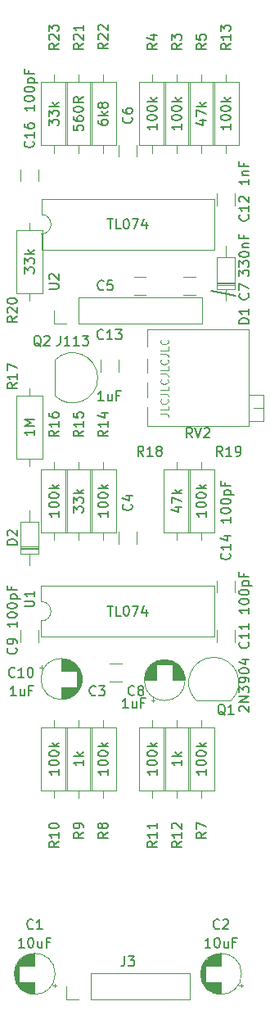
<source format=gbr>
%TF.GenerationSoftware,KiCad,Pcbnew,(6.0.5)*%
%TF.CreationDate,2023-02-15T12:36:45-05:00*%
%TF.ProjectId,wow_and_flutter,776f775f-616e-4645-9f66-6c7574746572,rev?*%
%TF.SameCoordinates,Original*%
%TF.FileFunction,Legend,Top*%
%TF.FilePolarity,Positive*%
%FSLAX46Y46*%
G04 Gerber Fmt 4.6, Leading zero omitted, Abs format (unit mm)*
G04 Created by KiCad (PCBNEW (6.0.5)) date 2023-02-15 12:36:45*
%MOMM*%
%LPD*%
G01*
G04 APERTURE LIST*
%ADD10C,0.150000*%
%ADD11C,0.120000*%
G04 APERTURE END LIST*
D10*
X199136000Y-74168000D02*
X201676000Y-74676000D01*
D11*
X193871904Y-86880238D02*
X194443333Y-86880238D01*
X194557619Y-86918333D01*
X194633809Y-86994523D01*
X194671904Y-87108809D01*
X194671904Y-87185000D01*
X194671904Y-86118333D02*
X194671904Y-86499285D01*
X193871904Y-86499285D01*
X194595714Y-85394523D02*
X194633809Y-85432619D01*
X194671904Y-85546904D01*
X194671904Y-85623095D01*
X194633809Y-85737380D01*
X194557619Y-85813571D01*
X194481428Y-85851666D01*
X194329047Y-85889761D01*
X194214761Y-85889761D01*
X194062380Y-85851666D01*
X193986190Y-85813571D01*
X193910000Y-85737380D01*
X193871904Y-85623095D01*
X193871904Y-85546904D01*
X193910000Y-85432619D01*
X193948095Y-85394523D01*
X193871904Y-84823095D02*
X194443333Y-84823095D01*
X194557619Y-84861190D01*
X194633809Y-84937380D01*
X194671904Y-85051666D01*
X194671904Y-85127857D01*
X194671904Y-84061190D02*
X194671904Y-84442142D01*
X193871904Y-84442142D01*
X194595714Y-83337380D02*
X194633809Y-83375476D01*
X194671904Y-83489761D01*
X194671904Y-83565952D01*
X194633809Y-83680238D01*
X194557619Y-83756428D01*
X194481428Y-83794523D01*
X194329047Y-83832619D01*
X194214761Y-83832619D01*
X194062380Y-83794523D01*
X193986190Y-83756428D01*
X193910000Y-83680238D01*
X193871904Y-83565952D01*
X193871904Y-83489761D01*
X193910000Y-83375476D01*
X193948095Y-83337380D01*
X193871904Y-82765952D02*
X194443333Y-82765952D01*
X194557619Y-82804047D01*
X194633809Y-82880238D01*
X194671904Y-82994523D01*
X194671904Y-83070714D01*
X194671904Y-82004047D02*
X194671904Y-82385000D01*
X193871904Y-82385000D01*
X194595714Y-81280238D02*
X194633809Y-81318333D01*
X194671904Y-81432619D01*
X194671904Y-81508809D01*
X194633809Y-81623095D01*
X194557619Y-81699285D01*
X194481428Y-81737380D01*
X194329047Y-81775476D01*
X194214761Y-81775476D01*
X194062380Y-81737380D01*
X193986190Y-81699285D01*
X193910000Y-81623095D01*
X193871904Y-81508809D01*
X193871904Y-81432619D01*
X193910000Y-81318333D01*
X193948095Y-81280238D01*
X193871904Y-80708809D02*
X194443333Y-80708809D01*
X194557619Y-80746904D01*
X194633809Y-80823095D01*
X194671904Y-80937380D01*
X194671904Y-81013571D01*
X194671904Y-79946904D02*
X194671904Y-80327857D01*
X193871904Y-80327857D01*
X194595714Y-79223095D02*
X194633809Y-79261190D01*
X194671904Y-79375476D01*
X194671904Y-79451666D01*
X194633809Y-79565952D01*
X194557619Y-79642142D01*
X194481428Y-79680238D01*
X194329047Y-79718333D01*
X194214761Y-79718333D01*
X194062380Y-79680238D01*
X193986190Y-79642142D01*
X193910000Y-79565952D01*
X193871904Y-79451666D01*
X193871904Y-79375476D01*
X193910000Y-79261190D01*
X193948095Y-79223095D01*
D10*
%TO.C,R17*%
X179014380Y-83700857D02*
X178538190Y-84034190D01*
X179014380Y-84272285D02*
X178014380Y-84272285D01*
X178014380Y-83891333D01*
X178062000Y-83796095D01*
X178109619Y-83748476D01*
X178204857Y-83700857D01*
X178347714Y-83700857D01*
X178442952Y-83748476D01*
X178490571Y-83796095D01*
X178538190Y-83891333D01*
X178538190Y-84272285D01*
X179014380Y-82748476D02*
X179014380Y-83319904D01*
X179014380Y-83034190D02*
X178014380Y-83034190D01*
X178157238Y-83129428D01*
X178252476Y-83224666D01*
X178300095Y-83319904D01*
X178014380Y-82415142D02*
X178014380Y-81748476D01*
X179014380Y-82177047D01*
X180792380Y-88550714D02*
X180792380Y-89122142D01*
X180792380Y-88836428D02*
X179792380Y-88836428D01*
X179935238Y-88931666D01*
X180030476Y-89026904D01*
X180078095Y-89122142D01*
X180792380Y-88122142D02*
X179792380Y-88122142D01*
X180506666Y-87788809D01*
X179792380Y-87455476D01*
X180792380Y-87455476D01*
%TO.C,D2*%
X179014380Y-100433095D02*
X178014380Y-100433095D01*
X178014380Y-100195000D01*
X178062000Y-100052142D01*
X178157238Y-99956904D01*
X178252476Y-99909285D01*
X178442952Y-99861666D01*
X178585809Y-99861666D01*
X178776285Y-99909285D01*
X178871523Y-99956904D01*
X178966761Y-100052142D01*
X179014380Y-100195000D01*
X179014380Y-100433095D01*
X178109619Y-99480714D02*
X178062000Y-99433095D01*
X178014380Y-99337857D01*
X178014380Y-99099761D01*
X178062000Y-99004523D01*
X178109619Y-98956904D01*
X178204857Y-98909285D01*
X178300095Y-98909285D01*
X178442952Y-98956904D01*
X179014380Y-99528333D01*
X179014380Y-98909285D01*
%TO.C,C3*%
X187158333Y-115927142D02*
X187110714Y-115974761D01*
X186967857Y-116022380D01*
X186872619Y-116022380D01*
X186729761Y-115974761D01*
X186634523Y-115879523D01*
X186586904Y-115784285D01*
X186539285Y-115593809D01*
X186539285Y-115450952D01*
X186586904Y-115260476D01*
X186634523Y-115165238D01*
X186729761Y-115070000D01*
X186872619Y-115022380D01*
X186967857Y-115022380D01*
X187110714Y-115070000D01*
X187158333Y-115117619D01*
X187491666Y-115022380D02*
X188110714Y-115022380D01*
X187777380Y-115403333D01*
X187920238Y-115403333D01*
X188015476Y-115450952D01*
X188063095Y-115498571D01*
X188110714Y-115593809D01*
X188110714Y-115831904D01*
X188063095Y-115927142D01*
X188015476Y-115974761D01*
X187920238Y-116022380D01*
X187634523Y-116022380D01*
X187539285Y-115974761D01*
X187491666Y-115927142D01*
%TO.C,RV2*%
X197174761Y-89352380D02*
X196841428Y-88876190D01*
X196603333Y-89352380D02*
X196603333Y-88352380D01*
X196984285Y-88352380D01*
X197079523Y-88400000D01*
X197127142Y-88447619D01*
X197174761Y-88542857D01*
X197174761Y-88685714D01*
X197127142Y-88780952D01*
X197079523Y-88828571D01*
X196984285Y-88876190D01*
X196603333Y-88876190D01*
X197460476Y-88352380D02*
X197793809Y-89352380D01*
X198127142Y-88352380D01*
X198412857Y-88447619D02*
X198460476Y-88400000D01*
X198555714Y-88352380D01*
X198793809Y-88352380D01*
X198889047Y-88400000D01*
X198936666Y-88447619D01*
X198984285Y-88542857D01*
X198984285Y-88638095D01*
X198936666Y-88780952D01*
X198365238Y-89352380D01*
X198984285Y-89352380D01*
%TO.C,U2*%
X182332380Y-73995404D02*
X183141904Y-73995404D01*
X183237142Y-73947785D01*
X183284761Y-73900166D01*
X183332380Y-73804928D01*
X183332380Y-73614452D01*
X183284761Y-73519214D01*
X183237142Y-73471595D01*
X183141904Y-73423976D01*
X182332380Y-73423976D01*
X182427619Y-72995404D02*
X182380000Y-72947785D01*
X182332380Y-72852547D01*
X182332380Y-72614452D01*
X182380000Y-72519214D01*
X182427619Y-72471595D01*
X182522857Y-72423976D01*
X182618095Y-72423976D01*
X182760952Y-72471595D01*
X183332380Y-73043023D01*
X183332380Y-72423976D01*
X188380952Y-66762380D02*
X188952380Y-66762380D01*
X188666666Y-67762380D02*
X188666666Y-66762380D01*
X189761904Y-67762380D02*
X189285714Y-67762380D01*
X189285714Y-66762380D01*
X190285714Y-66762380D02*
X190380952Y-66762380D01*
X190476190Y-66810000D01*
X190523809Y-66857619D01*
X190571428Y-66952857D01*
X190619047Y-67143333D01*
X190619047Y-67381428D01*
X190571428Y-67571904D01*
X190523809Y-67667142D01*
X190476190Y-67714761D01*
X190380952Y-67762380D01*
X190285714Y-67762380D01*
X190190476Y-67714761D01*
X190142857Y-67667142D01*
X190095238Y-67571904D01*
X190047619Y-67381428D01*
X190047619Y-67143333D01*
X190095238Y-66952857D01*
X190142857Y-66857619D01*
X190190476Y-66810000D01*
X190285714Y-66762380D01*
X190952380Y-66762380D02*
X191619047Y-66762380D01*
X191190476Y-67762380D01*
X192428571Y-67095714D02*
X192428571Y-67762380D01*
X192190476Y-66714761D02*
X191952380Y-67429047D01*
X192571428Y-67429047D01*
%TO.C,R16*%
X183332380Y-88627976D02*
X182856190Y-88961309D01*
X183332380Y-89199404D02*
X182332380Y-89199404D01*
X182332380Y-88818452D01*
X182380000Y-88723214D01*
X182427619Y-88675595D01*
X182522857Y-88627976D01*
X182665714Y-88627976D01*
X182760952Y-88675595D01*
X182808571Y-88723214D01*
X182856190Y-88818452D01*
X182856190Y-89199404D01*
X183332380Y-87675595D02*
X183332380Y-88247023D01*
X183332380Y-87961309D02*
X182332380Y-87961309D01*
X182475238Y-88056547D01*
X182570476Y-88151785D01*
X182618095Y-88247023D01*
X182332380Y-86818452D02*
X182332380Y-87008928D01*
X182380000Y-87104166D01*
X182427619Y-87151785D01*
X182570476Y-87247023D01*
X182760952Y-87294642D01*
X183141904Y-87294642D01*
X183237142Y-87247023D01*
X183284761Y-87199404D01*
X183332380Y-87104166D01*
X183332380Y-86913690D01*
X183284761Y-86818452D01*
X183237142Y-86770833D01*
X183141904Y-86723214D01*
X182903809Y-86723214D01*
X182808571Y-86770833D01*
X182760952Y-86818452D01*
X182713333Y-86913690D01*
X182713333Y-87104166D01*
X182760952Y-87199404D01*
X182808571Y-87247023D01*
X182903809Y-87294642D01*
X183332380Y-96956428D02*
X183332380Y-97527857D01*
X183332380Y-97242142D02*
X182332380Y-97242142D01*
X182475238Y-97337380D01*
X182570476Y-97432619D01*
X182618095Y-97527857D01*
X182332380Y-96337380D02*
X182332380Y-96242142D01*
X182380000Y-96146904D01*
X182427619Y-96099285D01*
X182522857Y-96051666D01*
X182713333Y-96004047D01*
X182951428Y-96004047D01*
X183141904Y-96051666D01*
X183237142Y-96099285D01*
X183284761Y-96146904D01*
X183332380Y-96242142D01*
X183332380Y-96337380D01*
X183284761Y-96432619D01*
X183237142Y-96480238D01*
X183141904Y-96527857D01*
X182951428Y-96575476D01*
X182713333Y-96575476D01*
X182522857Y-96527857D01*
X182427619Y-96480238D01*
X182380000Y-96432619D01*
X182332380Y-96337380D01*
X182332380Y-95385000D02*
X182332380Y-95289761D01*
X182380000Y-95194523D01*
X182427619Y-95146904D01*
X182522857Y-95099285D01*
X182713333Y-95051666D01*
X182951428Y-95051666D01*
X183141904Y-95099285D01*
X183237142Y-95146904D01*
X183284761Y-95194523D01*
X183332380Y-95289761D01*
X183332380Y-95385000D01*
X183284761Y-95480238D01*
X183237142Y-95527857D01*
X183141904Y-95575476D01*
X182951428Y-95623095D01*
X182713333Y-95623095D01*
X182522857Y-95575476D01*
X182427619Y-95527857D01*
X182380000Y-95480238D01*
X182332380Y-95385000D01*
X183332380Y-94623095D02*
X182332380Y-94623095D01*
X182951428Y-94527857D02*
X183332380Y-94242142D01*
X182665714Y-94242142D02*
X183046666Y-94623095D01*
%TO.C,C8*%
X191164642Y-115901142D02*
X191117023Y-115948761D01*
X190974166Y-115996380D01*
X190878928Y-115996380D01*
X190736071Y-115948761D01*
X190640833Y-115853523D01*
X190593214Y-115758285D01*
X190545595Y-115567809D01*
X190545595Y-115424952D01*
X190593214Y-115234476D01*
X190640833Y-115139238D01*
X190736071Y-115044000D01*
X190878928Y-114996380D01*
X190974166Y-114996380D01*
X191117023Y-115044000D01*
X191164642Y-115091619D01*
X191736071Y-115424952D02*
X191640833Y-115377333D01*
X191593214Y-115329714D01*
X191545595Y-115234476D01*
X191545595Y-115186857D01*
X191593214Y-115091619D01*
X191640833Y-115044000D01*
X191736071Y-114996380D01*
X191926547Y-114996380D01*
X192021785Y-115044000D01*
X192069404Y-115091619D01*
X192117023Y-115186857D01*
X192117023Y-115234476D01*
X192069404Y-115329714D01*
X192021785Y-115377333D01*
X191926547Y-115424952D01*
X191736071Y-115424952D01*
X191640833Y-115472571D01*
X191593214Y-115520190D01*
X191545595Y-115615428D01*
X191545595Y-115805904D01*
X191593214Y-115901142D01*
X191640833Y-115948761D01*
X191736071Y-115996380D01*
X191926547Y-115996380D01*
X192021785Y-115948761D01*
X192069404Y-115901142D01*
X192117023Y-115805904D01*
X192117023Y-115615428D01*
X192069404Y-115520190D01*
X192021785Y-115472571D01*
X191926547Y-115424952D01*
X190539761Y-117292380D02*
X189968333Y-117292380D01*
X190254047Y-117292380D02*
X190254047Y-116292380D01*
X190158809Y-116435238D01*
X190063571Y-116530476D01*
X189968333Y-116578095D01*
X191396904Y-116625714D02*
X191396904Y-117292380D01*
X190968333Y-116625714D02*
X190968333Y-117149523D01*
X191015952Y-117244761D01*
X191111190Y-117292380D01*
X191254047Y-117292380D01*
X191349285Y-117244761D01*
X191396904Y-117197142D01*
X192206428Y-116768571D02*
X191873095Y-116768571D01*
X191873095Y-117292380D02*
X191873095Y-116292380D01*
X192349285Y-116292380D01*
%TO.C,R10*%
X183332380Y-131097738D02*
X182856190Y-131431071D01*
X183332380Y-131669166D02*
X182332380Y-131669166D01*
X182332380Y-131288214D01*
X182380000Y-131192976D01*
X182427619Y-131145357D01*
X182522857Y-131097738D01*
X182665714Y-131097738D01*
X182760952Y-131145357D01*
X182808571Y-131192976D01*
X182856190Y-131288214D01*
X182856190Y-131669166D01*
X183332380Y-130145357D02*
X183332380Y-130716785D01*
X183332380Y-130431071D02*
X182332380Y-130431071D01*
X182475238Y-130526309D01*
X182570476Y-130621547D01*
X182618095Y-130716785D01*
X182332380Y-129526309D02*
X182332380Y-129431071D01*
X182380000Y-129335833D01*
X182427619Y-129288214D01*
X182522857Y-129240595D01*
X182713333Y-129192976D01*
X182951428Y-129192976D01*
X183141904Y-129240595D01*
X183237142Y-129288214D01*
X183284761Y-129335833D01*
X183332380Y-129431071D01*
X183332380Y-129526309D01*
X183284761Y-129621547D01*
X183237142Y-129669166D01*
X183141904Y-129716785D01*
X182951428Y-129764404D01*
X182713333Y-129764404D01*
X182522857Y-129716785D01*
X182427619Y-129669166D01*
X182380000Y-129621547D01*
X182332380Y-129526309D01*
X183332380Y-123626428D02*
X183332380Y-124197857D01*
X183332380Y-123912142D02*
X182332380Y-123912142D01*
X182475238Y-124007380D01*
X182570476Y-124102619D01*
X182618095Y-124197857D01*
X182332380Y-123007380D02*
X182332380Y-122912142D01*
X182380000Y-122816904D01*
X182427619Y-122769285D01*
X182522857Y-122721666D01*
X182713333Y-122674047D01*
X182951428Y-122674047D01*
X183141904Y-122721666D01*
X183237142Y-122769285D01*
X183284761Y-122816904D01*
X183332380Y-122912142D01*
X183332380Y-123007380D01*
X183284761Y-123102619D01*
X183237142Y-123150238D01*
X183141904Y-123197857D01*
X182951428Y-123245476D01*
X182713333Y-123245476D01*
X182522857Y-123197857D01*
X182427619Y-123150238D01*
X182380000Y-123102619D01*
X182332380Y-123007380D01*
X182332380Y-122055000D02*
X182332380Y-121959761D01*
X182380000Y-121864523D01*
X182427619Y-121816904D01*
X182522857Y-121769285D01*
X182713333Y-121721666D01*
X182951428Y-121721666D01*
X183141904Y-121769285D01*
X183237142Y-121816904D01*
X183284761Y-121864523D01*
X183332380Y-121959761D01*
X183332380Y-122055000D01*
X183284761Y-122150238D01*
X183237142Y-122197857D01*
X183141904Y-122245476D01*
X182951428Y-122293095D01*
X182713333Y-122293095D01*
X182522857Y-122245476D01*
X182427619Y-122197857D01*
X182380000Y-122150238D01*
X182332380Y-122055000D01*
X183332380Y-121293095D02*
X182332380Y-121293095D01*
X182951428Y-121197857D02*
X183332380Y-120912142D01*
X182665714Y-120912142D02*
X183046666Y-121293095D01*
%TO.C,R5*%
X198572380Y-48622976D02*
X198096190Y-48956309D01*
X198572380Y-49194404D02*
X197572380Y-49194404D01*
X197572380Y-48813452D01*
X197620000Y-48718214D01*
X197667619Y-48670595D01*
X197762857Y-48622976D01*
X197905714Y-48622976D01*
X198000952Y-48670595D01*
X198048571Y-48718214D01*
X198096190Y-48813452D01*
X198096190Y-49194404D01*
X197572380Y-47718214D02*
X197572380Y-48194404D01*
X198048571Y-48242023D01*
X198000952Y-48194404D01*
X197953333Y-48099166D01*
X197953333Y-47861071D01*
X198000952Y-47765833D01*
X198048571Y-47718214D01*
X198143809Y-47670595D01*
X198381904Y-47670595D01*
X198477142Y-47718214D01*
X198524761Y-47765833D01*
X198572380Y-47861071D01*
X198572380Y-48099166D01*
X198524761Y-48194404D01*
X198477142Y-48242023D01*
X197910714Y-56570476D02*
X198577380Y-56570476D01*
X197529761Y-56808571D02*
X198244047Y-57046666D01*
X198244047Y-56427619D01*
X197577380Y-56141904D02*
X197577380Y-55475238D01*
X198577380Y-55903809D01*
X198577380Y-55094285D02*
X197577380Y-55094285D01*
X198196428Y-54999047D02*
X198577380Y-54713333D01*
X197910714Y-54713333D02*
X198291666Y-55094285D01*
%TO.C,R4*%
X193487380Y-48622976D02*
X193011190Y-48956309D01*
X193487380Y-49194404D02*
X192487380Y-49194404D01*
X192487380Y-48813452D01*
X192535000Y-48718214D01*
X192582619Y-48670595D01*
X192677857Y-48622976D01*
X192820714Y-48622976D01*
X192915952Y-48670595D01*
X192963571Y-48718214D01*
X193011190Y-48813452D01*
X193011190Y-49194404D01*
X192820714Y-47765833D02*
X193487380Y-47765833D01*
X192439761Y-48003928D02*
X193154047Y-48242023D01*
X193154047Y-47622976D01*
X193492380Y-56951428D02*
X193492380Y-57522857D01*
X193492380Y-57237142D02*
X192492380Y-57237142D01*
X192635238Y-57332380D01*
X192730476Y-57427619D01*
X192778095Y-57522857D01*
X192492380Y-56332380D02*
X192492380Y-56237142D01*
X192540000Y-56141904D01*
X192587619Y-56094285D01*
X192682857Y-56046666D01*
X192873333Y-55999047D01*
X193111428Y-55999047D01*
X193301904Y-56046666D01*
X193397142Y-56094285D01*
X193444761Y-56141904D01*
X193492380Y-56237142D01*
X193492380Y-56332380D01*
X193444761Y-56427619D01*
X193397142Y-56475238D01*
X193301904Y-56522857D01*
X193111428Y-56570476D01*
X192873333Y-56570476D01*
X192682857Y-56522857D01*
X192587619Y-56475238D01*
X192540000Y-56427619D01*
X192492380Y-56332380D01*
X192492380Y-55380000D02*
X192492380Y-55284761D01*
X192540000Y-55189523D01*
X192587619Y-55141904D01*
X192682857Y-55094285D01*
X192873333Y-55046666D01*
X193111428Y-55046666D01*
X193301904Y-55094285D01*
X193397142Y-55141904D01*
X193444761Y-55189523D01*
X193492380Y-55284761D01*
X193492380Y-55380000D01*
X193444761Y-55475238D01*
X193397142Y-55522857D01*
X193301904Y-55570476D01*
X193111428Y-55618095D01*
X192873333Y-55618095D01*
X192682857Y-55570476D01*
X192587619Y-55522857D01*
X192540000Y-55475238D01*
X192492380Y-55380000D01*
X193492380Y-54618095D02*
X192492380Y-54618095D01*
X193111428Y-54522857D02*
X193492380Y-54237142D01*
X192825714Y-54237142D02*
X193206666Y-54618095D01*
%TO.C,R8*%
X188412380Y-130145357D02*
X187936190Y-130478690D01*
X188412380Y-130716785D02*
X187412380Y-130716785D01*
X187412380Y-130335833D01*
X187460000Y-130240595D01*
X187507619Y-130192976D01*
X187602857Y-130145357D01*
X187745714Y-130145357D01*
X187840952Y-130192976D01*
X187888571Y-130240595D01*
X187936190Y-130335833D01*
X187936190Y-130716785D01*
X187840952Y-129573928D02*
X187793333Y-129669166D01*
X187745714Y-129716785D01*
X187650476Y-129764404D01*
X187602857Y-129764404D01*
X187507619Y-129716785D01*
X187460000Y-129669166D01*
X187412380Y-129573928D01*
X187412380Y-129383452D01*
X187460000Y-129288214D01*
X187507619Y-129240595D01*
X187602857Y-129192976D01*
X187650476Y-129192976D01*
X187745714Y-129240595D01*
X187793333Y-129288214D01*
X187840952Y-129383452D01*
X187840952Y-129573928D01*
X187888571Y-129669166D01*
X187936190Y-129716785D01*
X188031428Y-129764404D01*
X188221904Y-129764404D01*
X188317142Y-129716785D01*
X188364761Y-129669166D01*
X188412380Y-129573928D01*
X188412380Y-129383452D01*
X188364761Y-129288214D01*
X188317142Y-129240595D01*
X188221904Y-129192976D01*
X188031428Y-129192976D01*
X187936190Y-129240595D01*
X187888571Y-129288214D01*
X187840952Y-129383452D01*
X188412380Y-123626428D02*
X188412380Y-124197857D01*
X188412380Y-123912142D02*
X187412380Y-123912142D01*
X187555238Y-124007380D01*
X187650476Y-124102619D01*
X187698095Y-124197857D01*
X187412380Y-123007380D02*
X187412380Y-122912142D01*
X187460000Y-122816904D01*
X187507619Y-122769285D01*
X187602857Y-122721666D01*
X187793333Y-122674047D01*
X188031428Y-122674047D01*
X188221904Y-122721666D01*
X188317142Y-122769285D01*
X188364761Y-122816904D01*
X188412380Y-122912142D01*
X188412380Y-123007380D01*
X188364761Y-123102619D01*
X188317142Y-123150238D01*
X188221904Y-123197857D01*
X188031428Y-123245476D01*
X187793333Y-123245476D01*
X187602857Y-123197857D01*
X187507619Y-123150238D01*
X187460000Y-123102619D01*
X187412380Y-123007380D01*
X187412380Y-122055000D02*
X187412380Y-121959761D01*
X187460000Y-121864523D01*
X187507619Y-121816904D01*
X187602857Y-121769285D01*
X187793333Y-121721666D01*
X188031428Y-121721666D01*
X188221904Y-121769285D01*
X188317142Y-121816904D01*
X188364761Y-121864523D01*
X188412380Y-121959761D01*
X188412380Y-122055000D01*
X188364761Y-122150238D01*
X188317142Y-122197857D01*
X188221904Y-122245476D01*
X188031428Y-122293095D01*
X187793333Y-122293095D01*
X187602857Y-122245476D01*
X187507619Y-122197857D01*
X187460000Y-122150238D01*
X187412380Y-122055000D01*
X188412380Y-121293095D02*
X187412380Y-121293095D01*
X188031428Y-121197857D02*
X188412380Y-120912142D01*
X187745714Y-120912142D02*
X188126666Y-121293095D01*
%TO.C,R19*%
X200297023Y-91257380D02*
X199963690Y-90781190D01*
X199725595Y-91257380D02*
X199725595Y-90257380D01*
X200106547Y-90257380D01*
X200201785Y-90305000D01*
X200249404Y-90352619D01*
X200297023Y-90447857D01*
X200297023Y-90590714D01*
X200249404Y-90685952D01*
X200201785Y-90733571D01*
X200106547Y-90781190D01*
X199725595Y-90781190D01*
X201249404Y-91257380D02*
X200677976Y-91257380D01*
X200963690Y-91257380D02*
X200963690Y-90257380D01*
X200868452Y-90400238D01*
X200773214Y-90495476D01*
X200677976Y-90543095D01*
X201725595Y-91257380D02*
X201916071Y-91257380D01*
X202011309Y-91209761D01*
X202058928Y-91162142D01*
X202154166Y-91019285D01*
X202201785Y-90828809D01*
X202201785Y-90447857D01*
X202154166Y-90352619D01*
X202106547Y-90305000D01*
X202011309Y-90257380D01*
X201820833Y-90257380D01*
X201725595Y-90305000D01*
X201677976Y-90352619D01*
X201630357Y-90447857D01*
X201630357Y-90685952D01*
X201677976Y-90781190D01*
X201725595Y-90828809D01*
X201820833Y-90876428D01*
X202011309Y-90876428D01*
X202106547Y-90828809D01*
X202154166Y-90781190D01*
X202201785Y-90685952D01*
X198572380Y-96956428D02*
X198572380Y-97527857D01*
X198572380Y-97242142D02*
X197572380Y-97242142D01*
X197715238Y-97337380D01*
X197810476Y-97432619D01*
X197858095Y-97527857D01*
X197572380Y-96337380D02*
X197572380Y-96242142D01*
X197620000Y-96146904D01*
X197667619Y-96099285D01*
X197762857Y-96051666D01*
X197953333Y-96004047D01*
X198191428Y-96004047D01*
X198381904Y-96051666D01*
X198477142Y-96099285D01*
X198524761Y-96146904D01*
X198572380Y-96242142D01*
X198572380Y-96337380D01*
X198524761Y-96432619D01*
X198477142Y-96480238D01*
X198381904Y-96527857D01*
X198191428Y-96575476D01*
X197953333Y-96575476D01*
X197762857Y-96527857D01*
X197667619Y-96480238D01*
X197620000Y-96432619D01*
X197572380Y-96337380D01*
X197572380Y-95385000D02*
X197572380Y-95289761D01*
X197620000Y-95194523D01*
X197667619Y-95146904D01*
X197762857Y-95099285D01*
X197953333Y-95051666D01*
X198191428Y-95051666D01*
X198381904Y-95099285D01*
X198477142Y-95146904D01*
X198524761Y-95194523D01*
X198572380Y-95289761D01*
X198572380Y-95385000D01*
X198524761Y-95480238D01*
X198477142Y-95527857D01*
X198381904Y-95575476D01*
X198191428Y-95623095D01*
X197953333Y-95623095D01*
X197762857Y-95575476D01*
X197667619Y-95527857D01*
X197620000Y-95480238D01*
X197572380Y-95385000D01*
X198572380Y-94623095D02*
X197572380Y-94623095D01*
X198191428Y-94527857D02*
X198572380Y-94242142D01*
X197905714Y-94242142D02*
X198286666Y-94623095D01*
%TO.C,R3*%
X196032380Y-48622976D02*
X195556190Y-48956309D01*
X196032380Y-49194404D02*
X195032380Y-49194404D01*
X195032380Y-48813452D01*
X195080000Y-48718214D01*
X195127619Y-48670595D01*
X195222857Y-48622976D01*
X195365714Y-48622976D01*
X195460952Y-48670595D01*
X195508571Y-48718214D01*
X195556190Y-48813452D01*
X195556190Y-49194404D01*
X195032380Y-48289642D02*
X195032380Y-47670595D01*
X195413333Y-48003928D01*
X195413333Y-47861071D01*
X195460952Y-47765833D01*
X195508571Y-47718214D01*
X195603809Y-47670595D01*
X195841904Y-47670595D01*
X195937142Y-47718214D01*
X195984761Y-47765833D01*
X196032380Y-47861071D01*
X196032380Y-48146785D01*
X195984761Y-48242023D01*
X195937142Y-48289642D01*
X196032380Y-56951428D02*
X196032380Y-57522857D01*
X196032380Y-57237142D02*
X195032380Y-57237142D01*
X195175238Y-57332380D01*
X195270476Y-57427619D01*
X195318095Y-57522857D01*
X195032380Y-56332380D02*
X195032380Y-56237142D01*
X195080000Y-56141904D01*
X195127619Y-56094285D01*
X195222857Y-56046666D01*
X195413333Y-55999047D01*
X195651428Y-55999047D01*
X195841904Y-56046666D01*
X195937142Y-56094285D01*
X195984761Y-56141904D01*
X196032380Y-56237142D01*
X196032380Y-56332380D01*
X195984761Y-56427619D01*
X195937142Y-56475238D01*
X195841904Y-56522857D01*
X195651428Y-56570476D01*
X195413333Y-56570476D01*
X195222857Y-56522857D01*
X195127619Y-56475238D01*
X195080000Y-56427619D01*
X195032380Y-56332380D01*
X195032380Y-55380000D02*
X195032380Y-55284761D01*
X195080000Y-55189523D01*
X195127619Y-55141904D01*
X195222857Y-55094285D01*
X195413333Y-55046666D01*
X195651428Y-55046666D01*
X195841904Y-55094285D01*
X195937142Y-55141904D01*
X195984761Y-55189523D01*
X196032380Y-55284761D01*
X196032380Y-55380000D01*
X195984761Y-55475238D01*
X195937142Y-55522857D01*
X195841904Y-55570476D01*
X195651428Y-55618095D01*
X195413333Y-55618095D01*
X195222857Y-55570476D01*
X195127619Y-55522857D01*
X195080000Y-55475238D01*
X195032380Y-55380000D01*
X196032380Y-54618095D02*
X195032380Y-54618095D01*
X195651428Y-54522857D02*
X196032380Y-54237142D01*
X195365714Y-54237142D02*
X195746666Y-54618095D01*
%TO.C,R23*%
X183332380Y-48622976D02*
X182856190Y-48956309D01*
X183332380Y-49194404D02*
X182332380Y-49194404D01*
X182332380Y-48813452D01*
X182380000Y-48718214D01*
X182427619Y-48670595D01*
X182522857Y-48622976D01*
X182665714Y-48622976D01*
X182760952Y-48670595D01*
X182808571Y-48718214D01*
X182856190Y-48813452D01*
X182856190Y-49194404D01*
X182427619Y-48242023D02*
X182380000Y-48194404D01*
X182332380Y-48099166D01*
X182332380Y-47861071D01*
X182380000Y-47765833D01*
X182427619Y-47718214D01*
X182522857Y-47670595D01*
X182618095Y-47670595D01*
X182760952Y-47718214D01*
X183332380Y-48289642D01*
X183332380Y-47670595D01*
X182332380Y-47337261D02*
X182332380Y-46718214D01*
X182713333Y-47051547D01*
X182713333Y-46908690D01*
X182760952Y-46813452D01*
X182808571Y-46765833D01*
X182903809Y-46718214D01*
X183141904Y-46718214D01*
X183237142Y-46765833D01*
X183284761Y-46813452D01*
X183332380Y-46908690D01*
X183332380Y-47194404D01*
X183284761Y-47289642D01*
X183237142Y-47337261D01*
X182332380Y-57094285D02*
X182332380Y-56475238D01*
X182713333Y-56808571D01*
X182713333Y-56665714D01*
X182760952Y-56570476D01*
X182808571Y-56522857D01*
X182903809Y-56475238D01*
X183141904Y-56475238D01*
X183237142Y-56522857D01*
X183284761Y-56570476D01*
X183332380Y-56665714D01*
X183332380Y-56951428D01*
X183284761Y-57046666D01*
X183237142Y-57094285D01*
X182332380Y-56141904D02*
X182332380Y-55522857D01*
X182713333Y-55856190D01*
X182713333Y-55713333D01*
X182760952Y-55618095D01*
X182808571Y-55570476D01*
X182903809Y-55522857D01*
X183141904Y-55522857D01*
X183237142Y-55570476D01*
X183284761Y-55618095D01*
X183332380Y-55713333D01*
X183332380Y-55999047D01*
X183284761Y-56094285D01*
X183237142Y-56141904D01*
X183332380Y-55094285D02*
X182332380Y-55094285D01*
X182951428Y-54999047D02*
X183332380Y-54713333D01*
X182665714Y-54713333D02*
X183046666Y-55094285D01*
%TO.C,C13*%
X187952142Y-79097142D02*
X187904523Y-79144761D01*
X187761666Y-79192380D01*
X187666428Y-79192380D01*
X187523571Y-79144761D01*
X187428333Y-79049523D01*
X187380714Y-78954285D01*
X187333095Y-78763809D01*
X187333095Y-78620952D01*
X187380714Y-78430476D01*
X187428333Y-78335238D01*
X187523571Y-78240000D01*
X187666428Y-78192380D01*
X187761666Y-78192380D01*
X187904523Y-78240000D01*
X187952142Y-78287619D01*
X188904523Y-79192380D02*
X188333095Y-79192380D01*
X188618809Y-79192380D02*
X188618809Y-78192380D01*
X188523571Y-78335238D01*
X188428333Y-78430476D01*
X188333095Y-78478095D01*
X189237857Y-78192380D02*
X189856904Y-78192380D01*
X189523571Y-78573333D01*
X189666428Y-78573333D01*
X189761666Y-78620952D01*
X189809285Y-78668571D01*
X189856904Y-78763809D01*
X189856904Y-79001904D01*
X189809285Y-79097142D01*
X189761666Y-79144761D01*
X189666428Y-79192380D01*
X189380714Y-79192380D01*
X189285476Y-79144761D01*
X189237857Y-79097142D01*
X187999761Y-85542380D02*
X187428333Y-85542380D01*
X187714047Y-85542380D02*
X187714047Y-84542380D01*
X187618809Y-84685238D01*
X187523571Y-84780476D01*
X187428333Y-84828095D01*
X188856904Y-84875714D02*
X188856904Y-85542380D01*
X188428333Y-84875714D02*
X188428333Y-85399523D01*
X188475952Y-85494761D01*
X188571190Y-85542380D01*
X188714047Y-85542380D01*
X188809285Y-85494761D01*
X188856904Y-85447142D01*
X189666428Y-85018571D02*
X189333095Y-85018571D01*
X189333095Y-85542380D02*
X189333095Y-84542380D01*
X189809285Y-84542380D01*
%TO.C,C4*%
X190857142Y-96247976D02*
X190904761Y-96295595D01*
X190952380Y-96438452D01*
X190952380Y-96533690D01*
X190904761Y-96676547D01*
X190809523Y-96771785D01*
X190714285Y-96819404D01*
X190523809Y-96867023D01*
X190380952Y-96867023D01*
X190190476Y-96819404D01*
X190095238Y-96771785D01*
X190000000Y-96676547D01*
X189952380Y-96533690D01*
X189952380Y-96438452D01*
X190000000Y-96295595D01*
X190047619Y-96247976D01*
X190285714Y-95390833D02*
X190952380Y-95390833D01*
X189904761Y-95628928D02*
X190619047Y-95867023D01*
X190619047Y-95247976D01*
%TO.C,D1*%
X203017380Y-77573095D02*
X202017380Y-77573095D01*
X202017380Y-77335000D01*
X202065000Y-77192142D01*
X202160238Y-77096904D01*
X202255476Y-77049285D01*
X202445952Y-77001666D01*
X202588809Y-77001666D01*
X202779285Y-77049285D01*
X202874523Y-77096904D01*
X202969761Y-77192142D01*
X203017380Y-77335000D01*
X203017380Y-77573095D01*
X203017380Y-76049285D02*
X203017380Y-76620714D01*
X203017380Y-76335000D02*
X202017380Y-76335000D01*
X202160238Y-76430238D01*
X202255476Y-76525476D01*
X202303095Y-76620714D01*
%TO.C,R22*%
X188412380Y-48582976D02*
X187936190Y-48916309D01*
X188412380Y-49154404D02*
X187412380Y-49154404D01*
X187412380Y-48773452D01*
X187460000Y-48678214D01*
X187507619Y-48630595D01*
X187602857Y-48582976D01*
X187745714Y-48582976D01*
X187840952Y-48630595D01*
X187888571Y-48678214D01*
X187936190Y-48773452D01*
X187936190Y-49154404D01*
X187507619Y-48202023D02*
X187460000Y-48154404D01*
X187412380Y-48059166D01*
X187412380Y-47821071D01*
X187460000Y-47725833D01*
X187507619Y-47678214D01*
X187602857Y-47630595D01*
X187698095Y-47630595D01*
X187840952Y-47678214D01*
X188412380Y-48249642D01*
X188412380Y-47630595D01*
X187507619Y-47249642D02*
X187460000Y-47202023D01*
X187412380Y-47106785D01*
X187412380Y-46868690D01*
X187460000Y-46773452D01*
X187507619Y-46725833D01*
X187602857Y-46678214D01*
X187698095Y-46678214D01*
X187840952Y-46725833D01*
X188412380Y-47297261D01*
X188412380Y-46678214D01*
X187417380Y-56570476D02*
X187417380Y-56760952D01*
X187465000Y-56856190D01*
X187512619Y-56903809D01*
X187655476Y-56999047D01*
X187845952Y-57046666D01*
X188226904Y-57046666D01*
X188322142Y-56999047D01*
X188369761Y-56951428D01*
X188417380Y-56856190D01*
X188417380Y-56665714D01*
X188369761Y-56570476D01*
X188322142Y-56522857D01*
X188226904Y-56475238D01*
X187988809Y-56475238D01*
X187893571Y-56522857D01*
X187845952Y-56570476D01*
X187798333Y-56665714D01*
X187798333Y-56856190D01*
X187845952Y-56951428D01*
X187893571Y-56999047D01*
X187988809Y-57046666D01*
X188417380Y-56046666D02*
X187417380Y-56046666D01*
X188036428Y-55951428D02*
X188417380Y-55665714D01*
X187750714Y-55665714D02*
X188131666Y-56046666D01*
X187845952Y-55094285D02*
X187798333Y-55189523D01*
X187750714Y-55237142D01*
X187655476Y-55284761D01*
X187607857Y-55284761D01*
X187512619Y-55237142D01*
X187465000Y-55189523D01*
X187417380Y-55094285D01*
X187417380Y-54903809D01*
X187465000Y-54808571D01*
X187512619Y-54760952D01*
X187607857Y-54713333D01*
X187655476Y-54713333D01*
X187750714Y-54760952D01*
X187798333Y-54808571D01*
X187845952Y-54903809D01*
X187845952Y-55094285D01*
X187893571Y-55189523D01*
X187941190Y-55237142D01*
X188036428Y-55284761D01*
X188226904Y-55284761D01*
X188322142Y-55237142D01*
X188369761Y-55189523D01*
X188417380Y-55094285D01*
X188417380Y-54903809D01*
X188369761Y-54808571D01*
X188322142Y-54760952D01*
X188226904Y-54713333D01*
X188036428Y-54713333D01*
X187941190Y-54760952D01*
X187893571Y-54808571D01*
X187845952Y-54903809D01*
%TO.C,U1*%
X179792380Y-106806904D02*
X180601904Y-106806904D01*
X180697142Y-106759285D01*
X180744761Y-106711666D01*
X180792380Y-106616428D01*
X180792380Y-106425952D01*
X180744761Y-106330714D01*
X180697142Y-106283095D01*
X180601904Y-106235476D01*
X179792380Y-106235476D01*
X180792380Y-105235476D02*
X180792380Y-105806904D01*
X180792380Y-105521190D02*
X179792380Y-105521190D01*
X179935238Y-105616428D01*
X180030476Y-105711666D01*
X180078095Y-105806904D01*
X188380952Y-106757380D02*
X188952380Y-106757380D01*
X188666666Y-107757380D02*
X188666666Y-106757380D01*
X189761904Y-107757380D02*
X189285714Y-107757380D01*
X189285714Y-106757380D01*
X190285714Y-106757380D02*
X190380952Y-106757380D01*
X190476190Y-106805000D01*
X190523809Y-106852619D01*
X190571428Y-106947857D01*
X190619047Y-107138333D01*
X190619047Y-107376428D01*
X190571428Y-107566904D01*
X190523809Y-107662142D01*
X190476190Y-107709761D01*
X190380952Y-107757380D01*
X190285714Y-107757380D01*
X190190476Y-107709761D01*
X190142857Y-107662142D01*
X190095238Y-107566904D01*
X190047619Y-107376428D01*
X190047619Y-107138333D01*
X190095238Y-106947857D01*
X190142857Y-106852619D01*
X190190476Y-106805000D01*
X190285714Y-106757380D01*
X190952380Y-106757380D02*
X191619047Y-106757380D01*
X191190476Y-107757380D01*
X192428571Y-107090714D02*
X192428571Y-107757380D01*
X192190476Y-106709761D02*
X191952380Y-107424047D01*
X192571428Y-107424047D01*
%TO.C,Q1*%
X200564761Y-118022619D02*
X200469523Y-117975000D01*
X200374285Y-117879761D01*
X200231428Y-117736904D01*
X200136190Y-117689285D01*
X200040952Y-117689285D01*
X200088571Y-117927380D02*
X199993333Y-117879761D01*
X199898095Y-117784523D01*
X199850476Y-117594047D01*
X199850476Y-117260714D01*
X199898095Y-117070238D01*
X199993333Y-116975000D01*
X200088571Y-116927380D01*
X200279047Y-116927380D01*
X200374285Y-116975000D01*
X200469523Y-117070238D01*
X200517142Y-117260714D01*
X200517142Y-117594047D01*
X200469523Y-117784523D01*
X200374285Y-117879761D01*
X200279047Y-117927380D01*
X200088571Y-117927380D01*
X201469523Y-117927380D02*
X200898095Y-117927380D01*
X201183809Y-117927380D02*
X201183809Y-116927380D01*
X201088571Y-117070238D01*
X200993333Y-117165476D01*
X200898095Y-117213095D01*
X202112619Y-117649285D02*
X202065000Y-117601666D01*
X202017380Y-117506428D01*
X202017380Y-117268333D01*
X202065000Y-117173095D01*
X202112619Y-117125476D01*
X202207857Y-117077857D01*
X202303095Y-117077857D01*
X202445952Y-117125476D01*
X203017380Y-117696904D01*
X203017380Y-117077857D01*
X203017380Y-116649285D02*
X202017380Y-116649285D01*
X203017380Y-116077857D01*
X202017380Y-116077857D01*
X202017380Y-115696904D02*
X202017380Y-115077857D01*
X202398333Y-115411190D01*
X202398333Y-115268333D01*
X202445952Y-115173095D01*
X202493571Y-115125476D01*
X202588809Y-115077857D01*
X202826904Y-115077857D01*
X202922142Y-115125476D01*
X202969761Y-115173095D01*
X203017380Y-115268333D01*
X203017380Y-115554047D01*
X202969761Y-115649285D01*
X202922142Y-115696904D01*
X203017380Y-114601666D02*
X203017380Y-114411190D01*
X202969761Y-114315952D01*
X202922142Y-114268333D01*
X202779285Y-114173095D01*
X202588809Y-114125476D01*
X202207857Y-114125476D01*
X202112619Y-114173095D01*
X202065000Y-114220714D01*
X202017380Y-114315952D01*
X202017380Y-114506428D01*
X202065000Y-114601666D01*
X202112619Y-114649285D01*
X202207857Y-114696904D01*
X202445952Y-114696904D01*
X202541190Y-114649285D01*
X202588809Y-114601666D01*
X202636428Y-114506428D01*
X202636428Y-114315952D01*
X202588809Y-114220714D01*
X202541190Y-114173095D01*
X202445952Y-114125476D01*
X202017380Y-113506428D02*
X202017380Y-113411190D01*
X202065000Y-113315952D01*
X202112619Y-113268333D01*
X202207857Y-113220714D01*
X202398333Y-113173095D01*
X202636428Y-113173095D01*
X202826904Y-113220714D01*
X202922142Y-113268333D01*
X202969761Y-113315952D01*
X203017380Y-113411190D01*
X203017380Y-113506428D01*
X202969761Y-113601666D01*
X202922142Y-113649285D01*
X202826904Y-113696904D01*
X202636428Y-113744523D01*
X202398333Y-113744523D01*
X202207857Y-113696904D01*
X202112619Y-113649285D01*
X202065000Y-113601666D01*
X202017380Y-113506428D01*
X202350714Y-112315952D02*
X203017380Y-112315952D01*
X201969761Y-112554047D02*
X202684047Y-112792142D01*
X202684047Y-112173095D01*
%TO.C,C11*%
X202922142Y-110497857D02*
X202969761Y-110545476D01*
X203017380Y-110688333D01*
X203017380Y-110783571D01*
X202969761Y-110926428D01*
X202874523Y-111021666D01*
X202779285Y-111069285D01*
X202588809Y-111116904D01*
X202445952Y-111116904D01*
X202255476Y-111069285D01*
X202160238Y-111021666D01*
X202065000Y-110926428D01*
X202017380Y-110783571D01*
X202017380Y-110688333D01*
X202065000Y-110545476D01*
X202112619Y-110497857D01*
X203017380Y-109545476D02*
X203017380Y-110116904D01*
X203017380Y-109831190D02*
X202017380Y-109831190D01*
X202160238Y-109926428D01*
X202255476Y-110021666D01*
X202303095Y-110116904D01*
X203017380Y-108593095D02*
X203017380Y-109164523D01*
X203017380Y-108878809D02*
X202017380Y-108878809D01*
X202160238Y-108974047D01*
X202255476Y-109069285D01*
X202303095Y-109164523D01*
X203017380Y-106957619D02*
X203017380Y-107529047D01*
X203017380Y-107243333D02*
X202017380Y-107243333D01*
X202160238Y-107338571D01*
X202255476Y-107433809D01*
X202303095Y-107529047D01*
X202017380Y-106338571D02*
X202017380Y-106243333D01*
X202065000Y-106148095D01*
X202112619Y-106100476D01*
X202207857Y-106052857D01*
X202398333Y-106005238D01*
X202636428Y-106005238D01*
X202826904Y-106052857D01*
X202922142Y-106100476D01*
X202969761Y-106148095D01*
X203017380Y-106243333D01*
X203017380Y-106338571D01*
X202969761Y-106433809D01*
X202922142Y-106481428D01*
X202826904Y-106529047D01*
X202636428Y-106576666D01*
X202398333Y-106576666D01*
X202207857Y-106529047D01*
X202112619Y-106481428D01*
X202065000Y-106433809D01*
X202017380Y-106338571D01*
X202017380Y-105386190D02*
X202017380Y-105290952D01*
X202065000Y-105195714D01*
X202112619Y-105148095D01*
X202207857Y-105100476D01*
X202398333Y-105052857D01*
X202636428Y-105052857D01*
X202826904Y-105100476D01*
X202922142Y-105148095D01*
X202969761Y-105195714D01*
X203017380Y-105290952D01*
X203017380Y-105386190D01*
X202969761Y-105481428D01*
X202922142Y-105529047D01*
X202826904Y-105576666D01*
X202636428Y-105624285D01*
X202398333Y-105624285D01*
X202207857Y-105576666D01*
X202112619Y-105529047D01*
X202065000Y-105481428D01*
X202017380Y-105386190D01*
X202350714Y-104624285D02*
X203350714Y-104624285D01*
X202398333Y-104624285D02*
X202350714Y-104529047D01*
X202350714Y-104338571D01*
X202398333Y-104243333D01*
X202445952Y-104195714D01*
X202541190Y-104148095D01*
X202826904Y-104148095D01*
X202922142Y-104195714D01*
X202969761Y-104243333D01*
X203017380Y-104338571D01*
X203017380Y-104529047D01*
X202969761Y-104624285D01*
X202493571Y-103386190D02*
X202493571Y-103719523D01*
X203017380Y-103719523D02*
X202017380Y-103719523D01*
X202017380Y-103243333D01*
%TO.C,R14*%
X188412380Y-88627976D02*
X187936190Y-88961309D01*
X188412380Y-89199404D02*
X187412380Y-89199404D01*
X187412380Y-88818452D01*
X187460000Y-88723214D01*
X187507619Y-88675595D01*
X187602857Y-88627976D01*
X187745714Y-88627976D01*
X187840952Y-88675595D01*
X187888571Y-88723214D01*
X187936190Y-88818452D01*
X187936190Y-89199404D01*
X188412380Y-87675595D02*
X188412380Y-88247023D01*
X188412380Y-87961309D02*
X187412380Y-87961309D01*
X187555238Y-88056547D01*
X187650476Y-88151785D01*
X187698095Y-88247023D01*
X187745714Y-86818452D02*
X188412380Y-86818452D01*
X187364761Y-87056547D02*
X188079047Y-87294642D01*
X188079047Y-86675595D01*
X188412380Y-96956428D02*
X188412380Y-97527857D01*
X188412380Y-97242142D02*
X187412380Y-97242142D01*
X187555238Y-97337380D01*
X187650476Y-97432619D01*
X187698095Y-97527857D01*
X187412380Y-96337380D02*
X187412380Y-96242142D01*
X187460000Y-96146904D01*
X187507619Y-96099285D01*
X187602857Y-96051666D01*
X187793333Y-96004047D01*
X188031428Y-96004047D01*
X188221904Y-96051666D01*
X188317142Y-96099285D01*
X188364761Y-96146904D01*
X188412380Y-96242142D01*
X188412380Y-96337380D01*
X188364761Y-96432619D01*
X188317142Y-96480238D01*
X188221904Y-96527857D01*
X188031428Y-96575476D01*
X187793333Y-96575476D01*
X187602857Y-96527857D01*
X187507619Y-96480238D01*
X187460000Y-96432619D01*
X187412380Y-96337380D01*
X187412380Y-95385000D02*
X187412380Y-95289761D01*
X187460000Y-95194523D01*
X187507619Y-95146904D01*
X187602857Y-95099285D01*
X187793333Y-95051666D01*
X188031428Y-95051666D01*
X188221904Y-95099285D01*
X188317142Y-95146904D01*
X188364761Y-95194523D01*
X188412380Y-95289761D01*
X188412380Y-95385000D01*
X188364761Y-95480238D01*
X188317142Y-95527857D01*
X188221904Y-95575476D01*
X188031428Y-95623095D01*
X187793333Y-95623095D01*
X187602857Y-95575476D01*
X187507619Y-95527857D01*
X187460000Y-95480238D01*
X187412380Y-95385000D01*
X188412380Y-94623095D02*
X187412380Y-94623095D01*
X188031428Y-94527857D02*
X188412380Y-94242142D01*
X187745714Y-94242142D02*
X188126666Y-94623095D01*
%TO.C,R11*%
X193492380Y-131097738D02*
X193016190Y-131431071D01*
X193492380Y-131669166D02*
X192492380Y-131669166D01*
X192492380Y-131288214D01*
X192540000Y-131192976D01*
X192587619Y-131145357D01*
X192682857Y-131097738D01*
X192825714Y-131097738D01*
X192920952Y-131145357D01*
X192968571Y-131192976D01*
X193016190Y-131288214D01*
X193016190Y-131669166D01*
X193492380Y-130145357D02*
X193492380Y-130716785D01*
X193492380Y-130431071D02*
X192492380Y-130431071D01*
X192635238Y-130526309D01*
X192730476Y-130621547D01*
X192778095Y-130716785D01*
X193492380Y-129192976D02*
X193492380Y-129764404D01*
X193492380Y-129478690D02*
X192492380Y-129478690D01*
X192635238Y-129573928D01*
X192730476Y-129669166D01*
X192778095Y-129764404D01*
X193492380Y-123626428D02*
X193492380Y-124197857D01*
X193492380Y-123912142D02*
X192492380Y-123912142D01*
X192635238Y-124007380D01*
X192730476Y-124102619D01*
X192778095Y-124197857D01*
X192492380Y-123007380D02*
X192492380Y-122912142D01*
X192540000Y-122816904D01*
X192587619Y-122769285D01*
X192682857Y-122721666D01*
X192873333Y-122674047D01*
X193111428Y-122674047D01*
X193301904Y-122721666D01*
X193397142Y-122769285D01*
X193444761Y-122816904D01*
X193492380Y-122912142D01*
X193492380Y-123007380D01*
X193444761Y-123102619D01*
X193397142Y-123150238D01*
X193301904Y-123197857D01*
X193111428Y-123245476D01*
X192873333Y-123245476D01*
X192682857Y-123197857D01*
X192587619Y-123150238D01*
X192540000Y-123102619D01*
X192492380Y-123007380D01*
X192492380Y-122055000D02*
X192492380Y-121959761D01*
X192540000Y-121864523D01*
X192587619Y-121816904D01*
X192682857Y-121769285D01*
X192873333Y-121721666D01*
X193111428Y-121721666D01*
X193301904Y-121769285D01*
X193397142Y-121816904D01*
X193444761Y-121864523D01*
X193492380Y-121959761D01*
X193492380Y-122055000D01*
X193444761Y-122150238D01*
X193397142Y-122197857D01*
X193301904Y-122245476D01*
X193111428Y-122293095D01*
X192873333Y-122293095D01*
X192682857Y-122245476D01*
X192587619Y-122197857D01*
X192540000Y-122150238D01*
X192492380Y-122055000D01*
X193492380Y-121293095D02*
X192492380Y-121293095D01*
X193111428Y-121197857D02*
X193492380Y-120912142D01*
X192825714Y-120912142D02*
X193206666Y-121293095D01*
%TO.C,C14*%
X201017142Y-101327976D02*
X201064761Y-101375595D01*
X201112380Y-101518452D01*
X201112380Y-101613690D01*
X201064761Y-101756547D01*
X200969523Y-101851785D01*
X200874285Y-101899404D01*
X200683809Y-101947023D01*
X200540952Y-101947023D01*
X200350476Y-101899404D01*
X200255238Y-101851785D01*
X200160000Y-101756547D01*
X200112380Y-101613690D01*
X200112380Y-101518452D01*
X200160000Y-101375595D01*
X200207619Y-101327976D01*
X201112380Y-100375595D02*
X201112380Y-100947023D01*
X201112380Y-100661309D02*
X200112380Y-100661309D01*
X200255238Y-100756547D01*
X200350476Y-100851785D01*
X200398095Y-100947023D01*
X200445714Y-99518452D02*
X201112380Y-99518452D01*
X200064761Y-99756547D02*
X200779047Y-99994642D01*
X200779047Y-99375595D01*
X201112380Y-97565595D02*
X201112380Y-98137023D01*
X201112380Y-97851309D02*
X200112380Y-97851309D01*
X200255238Y-97946547D01*
X200350476Y-98041785D01*
X200398095Y-98137023D01*
X200112380Y-96946547D02*
X200112380Y-96851309D01*
X200160000Y-96756071D01*
X200207619Y-96708452D01*
X200302857Y-96660833D01*
X200493333Y-96613214D01*
X200731428Y-96613214D01*
X200921904Y-96660833D01*
X201017142Y-96708452D01*
X201064761Y-96756071D01*
X201112380Y-96851309D01*
X201112380Y-96946547D01*
X201064761Y-97041785D01*
X201017142Y-97089404D01*
X200921904Y-97137023D01*
X200731428Y-97184642D01*
X200493333Y-97184642D01*
X200302857Y-97137023D01*
X200207619Y-97089404D01*
X200160000Y-97041785D01*
X200112380Y-96946547D01*
X200112380Y-95994166D02*
X200112380Y-95898928D01*
X200160000Y-95803690D01*
X200207619Y-95756071D01*
X200302857Y-95708452D01*
X200493333Y-95660833D01*
X200731428Y-95660833D01*
X200921904Y-95708452D01*
X201017142Y-95756071D01*
X201064761Y-95803690D01*
X201112380Y-95898928D01*
X201112380Y-95994166D01*
X201064761Y-96089404D01*
X201017142Y-96137023D01*
X200921904Y-96184642D01*
X200731428Y-96232261D01*
X200493333Y-96232261D01*
X200302857Y-96184642D01*
X200207619Y-96137023D01*
X200160000Y-96089404D01*
X200112380Y-95994166D01*
X200445714Y-95232261D02*
X201445714Y-95232261D01*
X200493333Y-95232261D02*
X200445714Y-95137023D01*
X200445714Y-94946547D01*
X200493333Y-94851309D01*
X200540952Y-94803690D01*
X200636190Y-94756071D01*
X200921904Y-94756071D01*
X201017142Y-94803690D01*
X201064761Y-94851309D01*
X201112380Y-94946547D01*
X201112380Y-95137023D01*
X201064761Y-95232261D01*
X200588571Y-93994166D02*
X200588571Y-94327500D01*
X201112380Y-94327500D02*
X200112380Y-94327500D01*
X200112380Y-93851309D01*
%TO.C,J3*%
X190166666Y-142962380D02*
X190166666Y-143676666D01*
X190119047Y-143819523D01*
X190023809Y-143914761D01*
X189880952Y-143962380D01*
X189785714Y-143962380D01*
X190547619Y-142962380D02*
X191166666Y-142962380D01*
X190833333Y-143343333D01*
X190976190Y-143343333D01*
X191071428Y-143390952D01*
X191119047Y-143438571D01*
X191166666Y-143533809D01*
X191166666Y-143771904D01*
X191119047Y-143867142D01*
X191071428Y-143914761D01*
X190976190Y-143962380D01*
X190690476Y-143962380D01*
X190595238Y-143914761D01*
X190547619Y-143867142D01*
%TO.C,Q2*%
X181514761Y-79922619D02*
X181419523Y-79875000D01*
X181324285Y-79779761D01*
X181181428Y-79636904D01*
X181086190Y-79589285D01*
X180990952Y-79589285D01*
X181038571Y-79827380D02*
X180943333Y-79779761D01*
X180848095Y-79684523D01*
X180800476Y-79494047D01*
X180800476Y-79160714D01*
X180848095Y-78970238D01*
X180943333Y-78875000D01*
X181038571Y-78827380D01*
X181229047Y-78827380D01*
X181324285Y-78875000D01*
X181419523Y-78970238D01*
X181467142Y-79160714D01*
X181467142Y-79494047D01*
X181419523Y-79684523D01*
X181324285Y-79779761D01*
X181229047Y-79827380D01*
X181038571Y-79827380D01*
X181848095Y-78922619D02*
X181895714Y-78875000D01*
X181990952Y-78827380D01*
X182229047Y-78827380D01*
X182324285Y-78875000D01*
X182371904Y-78922619D01*
X182419523Y-79017857D01*
X182419523Y-79113095D01*
X182371904Y-79255952D01*
X181800476Y-79827380D01*
X182419523Y-79827380D01*
X183499285Y-78827380D02*
X183499285Y-79541666D01*
X183451666Y-79684523D01*
X183356428Y-79779761D01*
X183213571Y-79827380D01*
X183118333Y-79827380D01*
X184499285Y-79827380D02*
X183927857Y-79827380D01*
X184213571Y-79827380D02*
X184213571Y-78827380D01*
X184118333Y-78970238D01*
X184023095Y-79065476D01*
X183927857Y-79113095D01*
X185451666Y-79827380D02*
X184880238Y-79827380D01*
X185165952Y-79827380D02*
X185165952Y-78827380D01*
X185070714Y-78970238D01*
X184975476Y-79065476D01*
X184880238Y-79113095D01*
X185785000Y-78827380D02*
X186404047Y-78827380D01*
X186070714Y-79208333D01*
X186213571Y-79208333D01*
X186308809Y-79255952D01*
X186356428Y-79303571D01*
X186404047Y-79398809D01*
X186404047Y-79636904D01*
X186356428Y-79732142D01*
X186308809Y-79779761D01*
X186213571Y-79827380D01*
X185927857Y-79827380D01*
X185832619Y-79779761D01*
X185785000Y-79732142D01*
%TO.C,R15*%
X185872380Y-88627976D02*
X185396190Y-88961309D01*
X185872380Y-89199404D02*
X184872380Y-89199404D01*
X184872380Y-88818452D01*
X184920000Y-88723214D01*
X184967619Y-88675595D01*
X185062857Y-88627976D01*
X185205714Y-88627976D01*
X185300952Y-88675595D01*
X185348571Y-88723214D01*
X185396190Y-88818452D01*
X185396190Y-89199404D01*
X185872380Y-87675595D02*
X185872380Y-88247023D01*
X185872380Y-87961309D02*
X184872380Y-87961309D01*
X185015238Y-88056547D01*
X185110476Y-88151785D01*
X185158095Y-88247023D01*
X184872380Y-86770833D02*
X184872380Y-87247023D01*
X185348571Y-87294642D01*
X185300952Y-87247023D01*
X185253333Y-87151785D01*
X185253333Y-86913690D01*
X185300952Y-86818452D01*
X185348571Y-86770833D01*
X185443809Y-86723214D01*
X185681904Y-86723214D01*
X185777142Y-86770833D01*
X185824761Y-86818452D01*
X185872380Y-86913690D01*
X185872380Y-87151785D01*
X185824761Y-87247023D01*
X185777142Y-87294642D01*
X184872380Y-97099285D02*
X184872380Y-96480238D01*
X185253333Y-96813571D01*
X185253333Y-96670714D01*
X185300952Y-96575476D01*
X185348571Y-96527857D01*
X185443809Y-96480238D01*
X185681904Y-96480238D01*
X185777142Y-96527857D01*
X185824761Y-96575476D01*
X185872380Y-96670714D01*
X185872380Y-96956428D01*
X185824761Y-97051666D01*
X185777142Y-97099285D01*
X184872380Y-96146904D02*
X184872380Y-95527857D01*
X185253333Y-95861190D01*
X185253333Y-95718333D01*
X185300952Y-95623095D01*
X185348571Y-95575476D01*
X185443809Y-95527857D01*
X185681904Y-95527857D01*
X185777142Y-95575476D01*
X185824761Y-95623095D01*
X185872380Y-95718333D01*
X185872380Y-96004047D01*
X185824761Y-96099285D01*
X185777142Y-96146904D01*
X185872380Y-95099285D02*
X184872380Y-95099285D01*
X185491428Y-95004047D02*
X185872380Y-94718333D01*
X185205714Y-94718333D02*
X185586666Y-95099285D01*
%TO.C,C2*%
X199973333Y-140057142D02*
X199925714Y-140104761D01*
X199782857Y-140152380D01*
X199687619Y-140152380D01*
X199544761Y-140104761D01*
X199449523Y-140009523D01*
X199401904Y-139914285D01*
X199354285Y-139723809D01*
X199354285Y-139580952D01*
X199401904Y-139390476D01*
X199449523Y-139295238D01*
X199544761Y-139200000D01*
X199687619Y-139152380D01*
X199782857Y-139152380D01*
X199925714Y-139200000D01*
X199973333Y-139247619D01*
X200354285Y-139247619D02*
X200401904Y-139200000D01*
X200497142Y-139152380D01*
X200735238Y-139152380D01*
X200830476Y-139200000D01*
X200878095Y-139247619D01*
X200925714Y-139342857D01*
X200925714Y-139438095D01*
X200878095Y-139580952D01*
X200306666Y-140152380D01*
X200925714Y-140152380D01*
X199068571Y-142057380D02*
X198497142Y-142057380D01*
X198782857Y-142057380D02*
X198782857Y-141057380D01*
X198687619Y-141200238D01*
X198592380Y-141295476D01*
X198497142Y-141343095D01*
X199687619Y-141057380D02*
X199782857Y-141057380D01*
X199878095Y-141105000D01*
X199925714Y-141152619D01*
X199973333Y-141247857D01*
X200020952Y-141438333D01*
X200020952Y-141676428D01*
X199973333Y-141866904D01*
X199925714Y-141962142D01*
X199878095Y-142009761D01*
X199782857Y-142057380D01*
X199687619Y-142057380D01*
X199592380Y-142009761D01*
X199544761Y-141962142D01*
X199497142Y-141866904D01*
X199449523Y-141676428D01*
X199449523Y-141438333D01*
X199497142Y-141247857D01*
X199544761Y-141152619D01*
X199592380Y-141105000D01*
X199687619Y-141057380D01*
X200878095Y-141390714D02*
X200878095Y-142057380D01*
X200449523Y-141390714D02*
X200449523Y-141914523D01*
X200497142Y-142009761D01*
X200592380Y-142057380D01*
X200735238Y-142057380D01*
X200830476Y-142009761D01*
X200878095Y-141962142D01*
X201687619Y-141533571D02*
X201354285Y-141533571D01*
X201354285Y-142057380D02*
X201354285Y-141057380D01*
X201830476Y-141057380D01*
%TO.C,C1*%
X180693333Y-140057142D02*
X180645714Y-140104761D01*
X180502857Y-140152380D01*
X180407619Y-140152380D01*
X180264761Y-140104761D01*
X180169523Y-140009523D01*
X180121904Y-139914285D01*
X180074285Y-139723809D01*
X180074285Y-139580952D01*
X180121904Y-139390476D01*
X180169523Y-139295238D01*
X180264761Y-139200000D01*
X180407619Y-139152380D01*
X180502857Y-139152380D01*
X180645714Y-139200000D01*
X180693333Y-139247619D01*
X181645714Y-140152380D02*
X181074285Y-140152380D01*
X181360000Y-140152380D02*
X181360000Y-139152380D01*
X181264761Y-139295238D01*
X181169523Y-139390476D01*
X181074285Y-139438095D01*
X179788571Y-142057380D02*
X179217142Y-142057380D01*
X179502857Y-142057380D02*
X179502857Y-141057380D01*
X179407619Y-141200238D01*
X179312380Y-141295476D01*
X179217142Y-141343095D01*
X180407619Y-141057380D02*
X180502857Y-141057380D01*
X180598095Y-141105000D01*
X180645714Y-141152619D01*
X180693333Y-141247857D01*
X180740952Y-141438333D01*
X180740952Y-141676428D01*
X180693333Y-141866904D01*
X180645714Y-141962142D01*
X180598095Y-142009761D01*
X180502857Y-142057380D01*
X180407619Y-142057380D01*
X180312380Y-142009761D01*
X180264761Y-141962142D01*
X180217142Y-141866904D01*
X180169523Y-141676428D01*
X180169523Y-141438333D01*
X180217142Y-141247857D01*
X180264761Y-141152619D01*
X180312380Y-141105000D01*
X180407619Y-141057380D01*
X181598095Y-141390714D02*
X181598095Y-142057380D01*
X181169523Y-141390714D02*
X181169523Y-141914523D01*
X181217142Y-142009761D01*
X181312380Y-142057380D01*
X181455238Y-142057380D01*
X181550476Y-142009761D01*
X181598095Y-141962142D01*
X182407619Y-141533571D02*
X182074285Y-141533571D01*
X182074285Y-142057380D02*
X182074285Y-141057380D01*
X182550476Y-141057380D01*
%TO.C,R12*%
X196032380Y-131097738D02*
X195556190Y-131431071D01*
X196032380Y-131669166D02*
X195032380Y-131669166D01*
X195032380Y-131288214D01*
X195080000Y-131192976D01*
X195127619Y-131145357D01*
X195222857Y-131097738D01*
X195365714Y-131097738D01*
X195460952Y-131145357D01*
X195508571Y-131192976D01*
X195556190Y-131288214D01*
X195556190Y-131669166D01*
X196032380Y-130145357D02*
X196032380Y-130716785D01*
X196032380Y-130431071D02*
X195032380Y-130431071D01*
X195175238Y-130526309D01*
X195270476Y-130621547D01*
X195318095Y-130716785D01*
X195127619Y-129764404D02*
X195080000Y-129716785D01*
X195032380Y-129621547D01*
X195032380Y-129383452D01*
X195080000Y-129288214D01*
X195127619Y-129240595D01*
X195222857Y-129192976D01*
X195318095Y-129192976D01*
X195460952Y-129240595D01*
X196032380Y-129812023D01*
X196032380Y-129192976D01*
X196032380Y-122674047D02*
X196032380Y-123245476D01*
X196032380Y-122959761D02*
X195032380Y-122959761D01*
X195175238Y-123055000D01*
X195270476Y-123150238D01*
X195318095Y-123245476D01*
X196032380Y-122245476D02*
X195032380Y-122245476D01*
X195651428Y-122150238D02*
X196032380Y-121864523D01*
X195365714Y-121864523D02*
X195746666Y-122245476D01*
%TO.C,C16*%
X180697142Y-58742976D02*
X180744761Y-58790595D01*
X180792380Y-58933452D01*
X180792380Y-59028690D01*
X180744761Y-59171547D01*
X180649523Y-59266785D01*
X180554285Y-59314404D01*
X180363809Y-59362023D01*
X180220952Y-59362023D01*
X180030476Y-59314404D01*
X179935238Y-59266785D01*
X179840000Y-59171547D01*
X179792380Y-59028690D01*
X179792380Y-58933452D01*
X179840000Y-58790595D01*
X179887619Y-58742976D01*
X180792380Y-57790595D02*
X180792380Y-58362023D01*
X180792380Y-58076309D02*
X179792380Y-58076309D01*
X179935238Y-58171547D01*
X180030476Y-58266785D01*
X180078095Y-58362023D01*
X179792380Y-56933452D02*
X179792380Y-57123928D01*
X179840000Y-57219166D01*
X179887619Y-57266785D01*
X180030476Y-57362023D01*
X180220952Y-57409642D01*
X180601904Y-57409642D01*
X180697142Y-57362023D01*
X180744761Y-57314404D01*
X180792380Y-57219166D01*
X180792380Y-57028690D01*
X180744761Y-56933452D01*
X180697142Y-56885833D01*
X180601904Y-56838214D01*
X180363809Y-56838214D01*
X180268571Y-56885833D01*
X180220952Y-56933452D01*
X180173333Y-57028690D01*
X180173333Y-57219166D01*
X180220952Y-57314404D01*
X180268571Y-57362023D01*
X180363809Y-57409642D01*
X180792380Y-54980595D02*
X180792380Y-55552023D01*
X180792380Y-55266309D02*
X179792380Y-55266309D01*
X179935238Y-55361547D01*
X180030476Y-55456785D01*
X180078095Y-55552023D01*
X179792380Y-54361547D02*
X179792380Y-54266309D01*
X179840000Y-54171071D01*
X179887619Y-54123452D01*
X179982857Y-54075833D01*
X180173333Y-54028214D01*
X180411428Y-54028214D01*
X180601904Y-54075833D01*
X180697142Y-54123452D01*
X180744761Y-54171071D01*
X180792380Y-54266309D01*
X180792380Y-54361547D01*
X180744761Y-54456785D01*
X180697142Y-54504404D01*
X180601904Y-54552023D01*
X180411428Y-54599642D01*
X180173333Y-54599642D01*
X179982857Y-54552023D01*
X179887619Y-54504404D01*
X179840000Y-54456785D01*
X179792380Y-54361547D01*
X179792380Y-53409166D02*
X179792380Y-53313928D01*
X179840000Y-53218690D01*
X179887619Y-53171071D01*
X179982857Y-53123452D01*
X180173333Y-53075833D01*
X180411428Y-53075833D01*
X180601904Y-53123452D01*
X180697142Y-53171071D01*
X180744761Y-53218690D01*
X180792380Y-53313928D01*
X180792380Y-53409166D01*
X180744761Y-53504404D01*
X180697142Y-53552023D01*
X180601904Y-53599642D01*
X180411428Y-53647261D01*
X180173333Y-53647261D01*
X179982857Y-53599642D01*
X179887619Y-53552023D01*
X179840000Y-53504404D01*
X179792380Y-53409166D01*
X180125714Y-52647261D02*
X181125714Y-52647261D01*
X180173333Y-52647261D02*
X180125714Y-52552023D01*
X180125714Y-52361547D01*
X180173333Y-52266309D01*
X180220952Y-52218690D01*
X180316190Y-52171071D01*
X180601904Y-52171071D01*
X180697142Y-52218690D01*
X180744761Y-52266309D01*
X180792380Y-52361547D01*
X180792380Y-52552023D01*
X180744761Y-52647261D01*
X180268571Y-51409166D02*
X180268571Y-51742500D01*
X180792380Y-51742500D02*
X179792380Y-51742500D01*
X179792380Y-51266309D01*
%TO.C,R18*%
X192117261Y-91257380D02*
X191783928Y-90781190D01*
X191545833Y-91257380D02*
X191545833Y-90257380D01*
X191926785Y-90257380D01*
X192022023Y-90305000D01*
X192069642Y-90352619D01*
X192117261Y-90447857D01*
X192117261Y-90590714D01*
X192069642Y-90685952D01*
X192022023Y-90733571D01*
X191926785Y-90781190D01*
X191545833Y-90781190D01*
X193069642Y-91257380D02*
X192498214Y-91257380D01*
X192783928Y-91257380D02*
X192783928Y-90257380D01*
X192688690Y-90400238D01*
X192593452Y-90495476D01*
X192498214Y-90543095D01*
X193641071Y-90685952D02*
X193545833Y-90638333D01*
X193498214Y-90590714D01*
X193450595Y-90495476D01*
X193450595Y-90447857D01*
X193498214Y-90352619D01*
X193545833Y-90305000D01*
X193641071Y-90257380D01*
X193831547Y-90257380D01*
X193926785Y-90305000D01*
X193974404Y-90352619D01*
X194022023Y-90447857D01*
X194022023Y-90495476D01*
X193974404Y-90590714D01*
X193926785Y-90638333D01*
X193831547Y-90685952D01*
X193641071Y-90685952D01*
X193545833Y-90733571D01*
X193498214Y-90781190D01*
X193450595Y-90876428D01*
X193450595Y-91066904D01*
X193498214Y-91162142D01*
X193545833Y-91209761D01*
X193641071Y-91257380D01*
X193831547Y-91257380D01*
X193926785Y-91209761D01*
X193974404Y-91162142D01*
X194022023Y-91066904D01*
X194022023Y-90876428D01*
X193974404Y-90781190D01*
X193926785Y-90733571D01*
X193831547Y-90685952D01*
X195365714Y-96575476D02*
X196032380Y-96575476D01*
X194984761Y-96813571D02*
X195699047Y-97051666D01*
X195699047Y-96432619D01*
X195032380Y-96146904D02*
X195032380Y-95480238D01*
X196032380Y-95908809D01*
X196032380Y-95099285D02*
X195032380Y-95099285D01*
X195651428Y-95004047D02*
X196032380Y-94718333D01*
X195365714Y-94718333D02*
X195746666Y-95099285D01*
%TO.C,C10*%
X178782261Y-114022142D02*
X178734642Y-114069761D01*
X178591785Y-114117380D01*
X178496547Y-114117380D01*
X178353690Y-114069761D01*
X178258452Y-113974523D01*
X178210833Y-113879285D01*
X178163214Y-113688809D01*
X178163214Y-113545952D01*
X178210833Y-113355476D01*
X178258452Y-113260238D01*
X178353690Y-113165000D01*
X178496547Y-113117380D01*
X178591785Y-113117380D01*
X178734642Y-113165000D01*
X178782261Y-113212619D01*
X179734642Y-114117380D02*
X179163214Y-114117380D01*
X179448928Y-114117380D02*
X179448928Y-113117380D01*
X179353690Y-113260238D01*
X179258452Y-113355476D01*
X179163214Y-113403095D01*
X180353690Y-113117380D02*
X180448928Y-113117380D01*
X180544166Y-113165000D01*
X180591785Y-113212619D01*
X180639404Y-113307857D01*
X180687023Y-113498333D01*
X180687023Y-113736428D01*
X180639404Y-113926904D01*
X180591785Y-114022142D01*
X180544166Y-114069761D01*
X180448928Y-114117380D01*
X180353690Y-114117380D01*
X180258452Y-114069761D01*
X180210833Y-114022142D01*
X180163214Y-113926904D01*
X180115595Y-113736428D01*
X180115595Y-113498333D01*
X180163214Y-113307857D01*
X180210833Y-113212619D01*
X180258452Y-113165000D01*
X180353690Y-113117380D01*
X178925119Y-116022380D02*
X178353690Y-116022380D01*
X178639404Y-116022380D02*
X178639404Y-115022380D01*
X178544166Y-115165238D01*
X178448928Y-115260476D01*
X178353690Y-115308095D01*
X179782261Y-115355714D02*
X179782261Y-116022380D01*
X179353690Y-115355714D02*
X179353690Y-115879523D01*
X179401309Y-115974761D01*
X179496547Y-116022380D01*
X179639404Y-116022380D01*
X179734642Y-115974761D01*
X179782261Y-115927142D01*
X180591785Y-115498571D02*
X180258452Y-115498571D01*
X180258452Y-116022380D02*
X180258452Y-115022380D01*
X180734642Y-115022380D01*
%TO.C,C12*%
X202922142Y-66327738D02*
X202969761Y-66375357D01*
X203017380Y-66518214D01*
X203017380Y-66613452D01*
X202969761Y-66756309D01*
X202874523Y-66851547D01*
X202779285Y-66899166D01*
X202588809Y-66946785D01*
X202445952Y-66946785D01*
X202255476Y-66899166D01*
X202160238Y-66851547D01*
X202065000Y-66756309D01*
X202017380Y-66613452D01*
X202017380Y-66518214D01*
X202065000Y-66375357D01*
X202112619Y-66327738D01*
X203017380Y-65375357D02*
X203017380Y-65946785D01*
X203017380Y-65661071D02*
X202017380Y-65661071D01*
X202160238Y-65756309D01*
X202255476Y-65851547D01*
X202303095Y-65946785D01*
X202112619Y-64994404D02*
X202065000Y-64946785D01*
X202017380Y-64851547D01*
X202017380Y-64613452D01*
X202065000Y-64518214D01*
X202112619Y-64470595D01*
X202207857Y-64422976D01*
X202303095Y-64422976D01*
X202445952Y-64470595D01*
X203017380Y-65042023D01*
X203017380Y-64422976D01*
X203017380Y-62640595D02*
X203017380Y-63212023D01*
X203017380Y-62926309D02*
X202017380Y-62926309D01*
X202160238Y-63021547D01*
X202255476Y-63116785D01*
X202303095Y-63212023D01*
X202350714Y-62212023D02*
X203017380Y-62212023D01*
X202445952Y-62212023D02*
X202398333Y-62164404D01*
X202350714Y-62069166D01*
X202350714Y-61926309D01*
X202398333Y-61831071D01*
X202493571Y-61783452D01*
X203017380Y-61783452D01*
X202493571Y-60973928D02*
X202493571Y-61307261D01*
X203017380Y-61307261D02*
X202017380Y-61307261D01*
X202017380Y-60831071D01*
%TO.C,R21*%
X185867380Y-48622976D02*
X185391190Y-48956309D01*
X185867380Y-49194404D02*
X184867380Y-49194404D01*
X184867380Y-48813452D01*
X184915000Y-48718214D01*
X184962619Y-48670595D01*
X185057857Y-48622976D01*
X185200714Y-48622976D01*
X185295952Y-48670595D01*
X185343571Y-48718214D01*
X185391190Y-48813452D01*
X185391190Y-49194404D01*
X184962619Y-48242023D02*
X184915000Y-48194404D01*
X184867380Y-48099166D01*
X184867380Y-47861071D01*
X184915000Y-47765833D01*
X184962619Y-47718214D01*
X185057857Y-47670595D01*
X185153095Y-47670595D01*
X185295952Y-47718214D01*
X185867380Y-48289642D01*
X185867380Y-47670595D01*
X185867380Y-46718214D02*
X185867380Y-47289642D01*
X185867380Y-47003928D02*
X184867380Y-47003928D01*
X185010238Y-47099166D01*
X185105476Y-47194404D01*
X185153095Y-47289642D01*
X184872380Y-57094285D02*
X184872380Y-57570476D01*
X185348571Y-57618095D01*
X185300952Y-57570476D01*
X185253333Y-57475238D01*
X185253333Y-57237142D01*
X185300952Y-57141904D01*
X185348571Y-57094285D01*
X185443809Y-57046666D01*
X185681904Y-57046666D01*
X185777142Y-57094285D01*
X185824761Y-57141904D01*
X185872380Y-57237142D01*
X185872380Y-57475238D01*
X185824761Y-57570476D01*
X185777142Y-57618095D01*
X184872380Y-56189523D02*
X184872380Y-56380000D01*
X184920000Y-56475238D01*
X184967619Y-56522857D01*
X185110476Y-56618095D01*
X185300952Y-56665714D01*
X185681904Y-56665714D01*
X185777142Y-56618095D01*
X185824761Y-56570476D01*
X185872380Y-56475238D01*
X185872380Y-56284761D01*
X185824761Y-56189523D01*
X185777142Y-56141904D01*
X185681904Y-56094285D01*
X185443809Y-56094285D01*
X185348571Y-56141904D01*
X185300952Y-56189523D01*
X185253333Y-56284761D01*
X185253333Y-56475238D01*
X185300952Y-56570476D01*
X185348571Y-56618095D01*
X185443809Y-56665714D01*
X184872380Y-55475238D02*
X184872380Y-55380000D01*
X184920000Y-55284761D01*
X184967619Y-55237142D01*
X185062857Y-55189523D01*
X185253333Y-55141904D01*
X185491428Y-55141904D01*
X185681904Y-55189523D01*
X185777142Y-55237142D01*
X185824761Y-55284761D01*
X185872380Y-55380000D01*
X185872380Y-55475238D01*
X185824761Y-55570476D01*
X185777142Y-55618095D01*
X185681904Y-55665714D01*
X185491428Y-55713333D01*
X185253333Y-55713333D01*
X185062857Y-55665714D01*
X184967619Y-55618095D01*
X184920000Y-55570476D01*
X184872380Y-55475238D01*
X185872380Y-54141904D02*
X185396190Y-54475238D01*
X185872380Y-54713333D02*
X184872380Y-54713333D01*
X184872380Y-54332380D01*
X184920000Y-54237142D01*
X184967619Y-54189523D01*
X185062857Y-54141904D01*
X185205714Y-54141904D01*
X185300952Y-54189523D01*
X185348571Y-54237142D01*
X185396190Y-54332380D01*
X185396190Y-54713333D01*
%TO.C,R20*%
X179014380Y-76842857D02*
X178538190Y-77176190D01*
X179014380Y-77414285D02*
X178014380Y-77414285D01*
X178014380Y-77033333D01*
X178062000Y-76938095D01*
X178109619Y-76890476D01*
X178204857Y-76842857D01*
X178347714Y-76842857D01*
X178442952Y-76890476D01*
X178490571Y-76938095D01*
X178538190Y-77033333D01*
X178538190Y-77414285D01*
X178109619Y-76461904D02*
X178062000Y-76414285D01*
X178014380Y-76319047D01*
X178014380Y-76080952D01*
X178062000Y-75985714D01*
X178109619Y-75938095D01*
X178204857Y-75890476D01*
X178300095Y-75890476D01*
X178442952Y-75938095D01*
X179014380Y-76509523D01*
X179014380Y-75890476D01*
X178014380Y-75271428D02*
X178014380Y-75176190D01*
X178062000Y-75080952D01*
X178109619Y-75033333D01*
X178204857Y-74985714D01*
X178395333Y-74938095D01*
X178633428Y-74938095D01*
X178823904Y-74985714D01*
X178919142Y-75033333D01*
X178966761Y-75080952D01*
X179014380Y-75176190D01*
X179014380Y-75271428D01*
X178966761Y-75366666D01*
X178919142Y-75414285D01*
X178823904Y-75461904D01*
X178633428Y-75509523D01*
X178395333Y-75509523D01*
X178204857Y-75461904D01*
X178109619Y-75414285D01*
X178062000Y-75366666D01*
X178014380Y-75271428D01*
X179797380Y-72374285D02*
X179797380Y-71755238D01*
X180178333Y-72088571D01*
X180178333Y-71945714D01*
X180225952Y-71850476D01*
X180273571Y-71802857D01*
X180368809Y-71755238D01*
X180606904Y-71755238D01*
X180702142Y-71802857D01*
X180749761Y-71850476D01*
X180797380Y-71945714D01*
X180797380Y-72231428D01*
X180749761Y-72326666D01*
X180702142Y-72374285D01*
X179797380Y-71421904D02*
X179797380Y-70802857D01*
X180178333Y-71136190D01*
X180178333Y-70993333D01*
X180225952Y-70898095D01*
X180273571Y-70850476D01*
X180368809Y-70802857D01*
X180606904Y-70802857D01*
X180702142Y-70850476D01*
X180749761Y-70898095D01*
X180797380Y-70993333D01*
X180797380Y-71279047D01*
X180749761Y-71374285D01*
X180702142Y-71421904D01*
X180797380Y-70374285D02*
X179797380Y-70374285D01*
X180416428Y-70279047D02*
X180797380Y-69993333D01*
X180130714Y-69993333D02*
X180511666Y-70374285D01*
%TO.C,C5*%
X187989642Y-74017142D02*
X187942023Y-74064761D01*
X187799166Y-74112380D01*
X187703928Y-74112380D01*
X187561071Y-74064761D01*
X187465833Y-73969523D01*
X187418214Y-73874285D01*
X187370595Y-73683809D01*
X187370595Y-73540952D01*
X187418214Y-73350476D01*
X187465833Y-73255238D01*
X187561071Y-73160000D01*
X187703928Y-73112380D01*
X187799166Y-73112380D01*
X187942023Y-73160000D01*
X187989642Y-73207619D01*
X188894404Y-73112380D02*
X188418214Y-73112380D01*
X188370595Y-73588571D01*
X188418214Y-73540952D01*
X188513452Y-73493333D01*
X188751547Y-73493333D01*
X188846785Y-73540952D01*
X188894404Y-73588571D01*
X188942023Y-73683809D01*
X188942023Y-73921904D01*
X188894404Y-74017142D01*
X188846785Y-74064761D01*
X188751547Y-74112380D01*
X188513452Y-74112380D01*
X188418214Y-74064761D01*
X188370595Y-74017142D01*
%TO.C,C6*%
X190862142Y-56242976D02*
X190909761Y-56290595D01*
X190957380Y-56433452D01*
X190957380Y-56528690D01*
X190909761Y-56671547D01*
X190814523Y-56766785D01*
X190719285Y-56814404D01*
X190528809Y-56862023D01*
X190385952Y-56862023D01*
X190195476Y-56814404D01*
X190100238Y-56766785D01*
X190005000Y-56671547D01*
X189957380Y-56528690D01*
X189957380Y-56433452D01*
X190005000Y-56290595D01*
X190052619Y-56242976D01*
X189957380Y-55385833D02*
X189957380Y-55576309D01*
X190005000Y-55671547D01*
X190052619Y-55719166D01*
X190195476Y-55814404D01*
X190385952Y-55862023D01*
X190766904Y-55862023D01*
X190862142Y-55814404D01*
X190909761Y-55766785D01*
X190957380Y-55671547D01*
X190957380Y-55481071D01*
X190909761Y-55385833D01*
X190862142Y-55338214D01*
X190766904Y-55290595D01*
X190528809Y-55290595D01*
X190433571Y-55338214D01*
X190385952Y-55385833D01*
X190338333Y-55481071D01*
X190338333Y-55671547D01*
X190385952Y-55766785D01*
X190433571Y-55814404D01*
X190528809Y-55862023D01*
%TO.C,R13*%
X201112380Y-48622976D02*
X200636190Y-48956309D01*
X201112380Y-49194404D02*
X200112380Y-49194404D01*
X200112380Y-48813452D01*
X200160000Y-48718214D01*
X200207619Y-48670595D01*
X200302857Y-48622976D01*
X200445714Y-48622976D01*
X200540952Y-48670595D01*
X200588571Y-48718214D01*
X200636190Y-48813452D01*
X200636190Y-49194404D01*
X201112380Y-47670595D02*
X201112380Y-48242023D01*
X201112380Y-47956309D02*
X200112380Y-47956309D01*
X200255238Y-48051547D01*
X200350476Y-48146785D01*
X200398095Y-48242023D01*
X200112380Y-47337261D02*
X200112380Y-46718214D01*
X200493333Y-47051547D01*
X200493333Y-46908690D01*
X200540952Y-46813452D01*
X200588571Y-46765833D01*
X200683809Y-46718214D01*
X200921904Y-46718214D01*
X201017142Y-46765833D01*
X201064761Y-46813452D01*
X201112380Y-46908690D01*
X201112380Y-47194404D01*
X201064761Y-47289642D01*
X201017142Y-47337261D01*
X201117380Y-56951428D02*
X201117380Y-57522857D01*
X201117380Y-57237142D02*
X200117380Y-57237142D01*
X200260238Y-57332380D01*
X200355476Y-57427619D01*
X200403095Y-57522857D01*
X200117380Y-56332380D02*
X200117380Y-56237142D01*
X200165000Y-56141904D01*
X200212619Y-56094285D01*
X200307857Y-56046666D01*
X200498333Y-55999047D01*
X200736428Y-55999047D01*
X200926904Y-56046666D01*
X201022142Y-56094285D01*
X201069761Y-56141904D01*
X201117380Y-56237142D01*
X201117380Y-56332380D01*
X201069761Y-56427619D01*
X201022142Y-56475238D01*
X200926904Y-56522857D01*
X200736428Y-56570476D01*
X200498333Y-56570476D01*
X200307857Y-56522857D01*
X200212619Y-56475238D01*
X200165000Y-56427619D01*
X200117380Y-56332380D01*
X200117380Y-55380000D02*
X200117380Y-55284761D01*
X200165000Y-55189523D01*
X200212619Y-55141904D01*
X200307857Y-55094285D01*
X200498333Y-55046666D01*
X200736428Y-55046666D01*
X200926904Y-55094285D01*
X201022142Y-55141904D01*
X201069761Y-55189523D01*
X201117380Y-55284761D01*
X201117380Y-55380000D01*
X201069761Y-55475238D01*
X201022142Y-55522857D01*
X200926904Y-55570476D01*
X200736428Y-55618095D01*
X200498333Y-55618095D01*
X200307857Y-55570476D01*
X200212619Y-55522857D01*
X200165000Y-55475238D01*
X200117380Y-55380000D01*
X201117380Y-54618095D02*
X200117380Y-54618095D01*
X200736428Y-54522857D02*
X201117380Y-54237142D01*
X200450714Y-54237142D02*
X200831666Y-54618095D01*
%TO.C,C7*%
X202922142Y-74461666D02*
X202969761Y-74509285D01*
X203017380Y-74652142D01*
X203017380Y-74747380D01*
X202969761Y-74890238D01*
X202874523Y-74985476D01*
X202779285Y-75033095D01*
X202588809Y-75080714D01*
X202445952Y-75080714D01*
X202255476Y-75033095D01*
X202160238Y-74985476D01*
X202065000Y-74890238D01*
X202017380Y-74747380D01*
X202017380Y-74652142D01*
X202065000Y-74509285D01*
X202112619Y-74461666D01*
X202017380Y-74128333D02*
X202017380Y-73461666D01*
X203017380Y-73890238D01*
X202017380Y-72651666D02*
X202017380Y-72032619D01*
X202398333Y-72365952D01*
X202398333Y-72223095D01*
X202445952Y-72127857D01*
X202493571Y-72080238D01*
X202588809Y-72032619D01*
X202826904Y-72032619D01*
X202922142Y-72080238D01*
X202969761Y-72127857D01*
X203017380Y-72223095D01*
X203017380Y-72508809D01*
X202969761Y-72604047D01*
X202922142Y-72651666D01*
X202017380Y-71699285D02*
X202017380Y-71080238D01*
X202398333Y-71413571D01*
X202398333Y-71270714D01*
X202445952Y-71175476D01*
X202493571Y-71127857D01*
X202588809Y-71080238D01*
X202826904Y-71080238D01*
X202922142Y-71127857D01*
X202969761Y-71175476D01*
X203017380Y-71270714D01*
X203017380Y-71556428D01*
X202969761Y-71651666D01*
X202922142Y-71699285D01*
X202017380Y-70461190D02*
X202017380Y-70365952D01*
X202065000Y-70270714D01*
X202112619Y-70223095D01*
X202207857Y-70175476D01*
X202398333Y-70127857D01*
X202636428Y-70127857D01*
X202826904Y-70175476D01*
X202922142Y-70223095D01*
X202969761Y-70270714D01*
X203017380Y-70365952D01*
X203017380Y-70461190D01*
X202969761Y-70556428D01*
X202922142Y-70604047D01*
X202826904Y-70651666D01*
X202636428Y-70699285D01*
X202398333Y-70699285D01*
X202207857Y-70651666D01*
X202112619Y-70604047D01*
X202065000Y-70556428D01*
X202017380Y-70461190D01*
X202350714Y-69699285D02*
X203017380Y-69699285D01*
X202445952Y-69699285D02*
X202398333Y-69651666D01*
X202350714Y-69556428D01*
X202350714Y-69413571D01*
X202398333Y-69318333D01*
X202493571Y-69270714D01*
X203017380Y-69270714D01*
X202493571Y-68461190D02*
X202493571Y-68794523D01*
X203017380Y-68794523D02*
X202017380Y-68794523D01*
X202017380Y-68318333D01*
%TO.C,R7*%
X198572380Y-130145357D02*
X198096190Y-130478690D01*
X198572380Y-130716785D02*
X197572380Y-130716785D01*
X197572380Y-130335833D01*
X197620000Y-130240595D01*
X197667619Y-130192976D01*
X197762857Y-130145357D01*
X197905714Y-130145357D01*
X198000952Y-130192976D01*
X198048571Y-130240595D01*
X198096190Y-130335833D01*
X198096190Y-130716785D01*
X197572380Y-129812023D02*
X197572380Y-129145357D01*
X198572380Y-129573928D01*
X198572380Y-123626428D02*
X198572380Y-124197857D01*
X198572380Y-123912142D02*
X197572380Y-123912142D01*
X197715238Y-124007380D01*
X197810476Y-124102619D01*
X197858095Y-124197857D01*
X197572380Y-123007380D02*
X197572380Y-122912142D01*
X197620000Y-122816904D01*
X197667619Y-122769285D01*
X197762857Y-122721666D01*
X197953333Y-122674047D01*
X198191428Y-122674047D01*
X198381904Y-122721666D01*
X198477142Y-122769285D01*
X198524761Y-122816904D01*
X198572380Y-122912142D01*
X198572380Y-123007380D01*
X198524761Y-123102619D01*
X198477142Y-123150238D01*
X198381904Y-123197857D01*
X198191428Y-123245476D01*
X197953333Y-123245476D01*
X197762857Y-123197857D01*
X197667619Y-123150238D01*
X197620000Y-123102619D01*
X197572380Y-123007380D01*
X197572380Y-122055000D02*
X197572380Y-121959761D01*
X197620000Y-121864523D01*
X197667619Y-121816904D01*
X197762857Y-121769285D01*
X197953333Y-121721666D01*
X198191428Y-121721666D01*
X198381904Y-121769285D01*
X198477142Y-121816904D01*
X198524761Y-121864523D01*
X198572380Y-121959761D01*
X198572380Y-122055000D01*
X198524761Y-122150238D01*
X198477142Y-122197857D01*
X198381904Y-122245476D01*
X198191428Y-122293095D01*
X197953333Y-122293095D01*
X197762857Y-122245476D01*
X197667619Y-122197857D01*
X197620000Y-122150238D01*
X197572380Y-122055000D01*
X198572380Y-121293095D02*
X197572380Y-121293095D01*
X198191428Y-121197857D02*
X198572380Y-120912142D01*
X197905714Y-120912142D02*
X198286666Y-121293095D01*
%TO.C,C9*%
X178919142Y-111095357D02*
X178966761Y-111142976D01*
X179014380Y-111285833D01*
X179014380Y-111381071D01*
X178966761Y-111523928D01*
X178871523Y-111619166D01*
X178776285Y-111666785D01*
X178585809Y-111714404D01*
X178442952Y-111714404D01*
X178252476Y-111666785D01*
X178157238Y-111619166D01*
X178062000Y-111523928D01*
X178014380Y-111381071D01*
X178014380Y-111285833D01*
X178062000Y-111142976D01*
X178109619Y-111095357D01*
X179014380Y-110619166D02*
X179014380Y-110428690D01*
X178966761Y-110333452D01*
X178919142Y-110285833D01*
X178776285Y-110190595D01*
X178585809Y-110142976D01*
X178204857Y-110142976D01*
X178109619Y-110190595D01*
X178062000Y-110238214D01*
X178014380Y-110333452D01*
X178014380Y-110523928D01*
X178062000Y-110619166D01*
X178109619Y-110666785D01*
X178204857Y-110714404D01*
X178442952Y-110714404D01*
X178538190Y-110666785D01*
X178585809Y-110619166D01*
X178633428Y-110523928D01*
X178633428Y-110333452D01*
X178585809Y-110238214D01*
X178538190Y-110190595D01*
X178442952Y-110142976D01*
X179014380Y-108360595D02*
X179014380Y-108932023D01*
X179014380Y-108646309D02*
X178014380Y-108646309D01*
X178157238Y-108741547D01*
X178252476Y-108836785D01*
X178300095Y-108932023D01*
X178014380Y-107741547D02*
X178014380Y-107646309D01*
X178062000Y-107551071D01*
X178109619Y-107503452D01*
X178204857Y-107455833D01*
X178395333Y-107408214D01*
X178633428Y-107408214D01*
X178823904Y-107455833D01*
X178919142Y-107503452D01*
X178966761Y-107551071D01*
X179014380Y-107646309D01*
X179014380Y-107741547D01*
X178966761Y-107836785D01*
X178919142Y-107884404D01*
X178823904Y-107932023D01*
X178633428Y-107979642D01*
X178395333Y-107979642D01*
X178204857Y-107932023D01*
X178109619Y-107884404D01*
X178062000Y-107836785D01*
X178014380Y-107741547D01*
X178014380Y-106789166D02*
X178014380Y-106693928D01*
X178062000Y-106598690D01*
X178109619Y-106551071D01*
X178204857Y-106503452D01*
X178395333Y-106455833D01*
X178633428Y-106455833D01*
X178823904Y-106503452D01*
X178919142Y-106551071D01*
X178966761Y-106598690D01*
X179014380Y-106693928D01*
X179014380Y-106789166D01*
X178966761Y-106884404D01*
X178919142Y-106932023D01*
X178823904Y-106979642D01*
X178633428Y-107027261D01*
X178395333Y-107027261D01*
X178204857Y-106979642D01*
X178109619Y-106932023D01*
X178062000Y-106884404D01*
X178014380Y-106789166D01*
X178347714Y-106027261D02*
X179347714Y-106027261D01*
X178395333Y-106027261D02*
X178347714Y-105932023D01*
X178347714Y-105741547D01*
X178395333Y-105646309D01*
X178442952Y-105598690D01*
X178538190Y-105551071D01*
X178823904Y-105551071D01*
X178919142Y-105598690D01*
X178966761Y-105646309D01*
X179014380Y-105741547D01*
X179014380Y-105932023D01*
X178966761Y-106027261D01*
X178490571Y-104789166D02*
X178490571Y-105122500D01*
X179014380Y-105122500D02*
X178014380Y-105122500D01*
X178014380Y-104646309D01*
%TO.C,R9*%
X185872380Y-130145357D02*
X185396190Y-130478690D01*
X185872380Y-130716785D02*
X184872380Y-130716785D01*
X184872380Y-130335833D01*
X184920000Y-130240595D01*
X184967619Y-130192976D01*
X185062857Y-130145357D01*
X185205714Y-130145357D01*
X185300952Y-130192976D01*
X185348571Y-130240595D01*
X185396190Y-130335833D01*
X185396190Y-130716785D01*
X185872380Y-129669166D02*
X185872380Y-129478690D01*
X185824761Y-129383452D01*
X185777142Y-129335833D01*
X185634285Y-129240595D01*
X185443809Y-129192976D01*
X185062857Y-129192976D01*
X184967619Y-129240595D01*
X184920000Y-129288214D01*
X184872380Y-129383452D01*
X184872380Y-129573928D01*
X184920000Y-129669166D01*
X184967619Y-129716785D01*
X185062857Y-129764404D01*
X185300952Y-129764404D01*
X185396190Y-129716785D01*
X185443809Y-129669166D01*
X185491428Y-129573928D01*
X185491428Y-129383452D01*
X185443809Y-129288214D01*
X185396190Y-129240595D01*
X185300952Y-129192976D01*
X185872380Y-122674047D02*
X185872380Y-123245476D01*
X185872380Y-122959761D02*
X184872380Y-122959761D01*
X185015238Y-123055000D01*
X185110476Y-123150238D01*
X185158095Y-123245476D01*
X185872380Y-122245476D02*
X184872380Y-122245476D01*
X185491428Y-122150238D02*
X185872380Y-121864523D01*
X185205714Y-121864523D02*
X185586666Y-122245476D01*
D11*
%TO.C,R17*%
X178970000Y-91535000D02*
X181710000Y-91535000D01*
X181710000Y-91535000D02*
X181710000Y-84995000D01*
X180340000Y-92305000D02*
X180340000Y-91535000D01*
X181710000Y-84995000D02*
X178970000Y-84995000D01*
X180340000Y-84225000D02*
X180340000Y-84995000D01*
X178970000Y-84995000D02*
X178970000Y-91535000D01*
%TO.C,D2*%
X179420000Y-98055000D02*
X179420000Y-101335000D01*
X179420000Y-100759000D02*
X181260000Y-100759000D01*
X179420000Y-101335000D02*
X181260000Y-101335000D01*
X181260000Y-101335000D02*
X181260000Y-98055000D01*
X179420000Y-100639000D02*
X181260000Y-100639000D01*
X180340000Y-102515000D02*
X180340000Y-101335000D01*
X180340000Y-96875000D02*
X180340000Y-98055000D01*
X181260000Y-98055000D02*
X179420000Y-98055000D01*
X179420000Y-100879000D02*
X181260000Y-100879000D01*
%TO.C,C3*%
X188621000Y-112745000D02*
X189879000Y-112745000D01*
X188621000Y-114585000D02*
X189879000Y-114585000D01*
%TO.C,RV2*%
X192520000Y-78185000D02*
X192520000Y-79935000D01*
X204520000Y-87685000D02*
X203020000Y-87685000D01*
X192520000Y-88185000D02*
X192520000Y-86185000D01*
X192520000Y-81185000D02*
X192520000Y-82685000D01*
X203020000Y-78185000D02*
X192520000Y-78185000D01*
X192520000Y-83685000D02*
X192520000Y-85185000D01*
X204520000Y-87685000D02*
X204520000Y-84935000D01*
X203020000Y-88185000D02*
X192520000Y-88185000D01*
X203020000Y-88185000D02*
X203020000Y-78185000D01*
X204520000Y-84935000D02*
X203020000Y-84935000D01*
X204520000Y-86310000D02*
X203520000Y-86310000D01*
%TO.C,U2*%
X181550000Y-68310000D02*
X181550000Y-69960000D01*
X181550000Y-69960000D02*
X199450000Y-69960000D01*
X199450000Y-64660000D02*
X181550000Y-64660000D01*
X199450000Y-69960000D02*
X199450000Y-64660000D01*
X181550000Y-64660000D02*
X181550000Y-66310000D01*
X181550000Y-68310000D02*
G75*
G03*
X181550000Y-66310000I0J1000000D01*
G01*
%TO.C,R16*%
X184250000Y-92615000D02*
X181510000Y-92615000D01*
X184250000Y-99155000D02*
X184250000Y-92615000D01*
X181510000Y-99155000D02*
X184250000Y-99155000D01*
X182880000Y-91845000D02*
X182880000Y-92615000D01*
X181510000Y-92615000D02*
X181510000Y-99155000D01*
X182880000Y-99925000D02*
X182880000Y-99155000D01*
%TO.C,C8*%
X192342000Y-113735000D02*
X193470000Y-113735000D01*
X195150000Y-114175000D02*
X196377000Y-114175000D01*
X192421000Y-113534000D02*
X193470000Y-113534000D01*
X192691000Y-113094000D02*
X193470000Y-113094000D01*
X192723000Y-113054000D02*
X193470000Y-113054000D01*
X192356000Y-113694000D02*
X193470000Y-113694000D01*
X193773000Y-112374000D02*
X194847000Y-112374000D01*
X195150000Y-113534000D02*
X196199000Y-113534000D01*
X192239000Y-114215000D02*
X193470000Y-114215000D01*
X195150000Y-113494000D02*
X196180000Y-113494000D01*
X192575000Y-113254000D02*
X193470000Y-113254000D01*
X195150000Y-113855000D02*
X196315000Y-113855000D01*
X192660000Y-113134000D02*
X193470000Y-113134000D01*
X195150000Y-113094000D02*
X195929000Y-113094000D01*
X195150000Y-113735000D02*
X196278000Y-113735000D01*
X192233000Y-114295000D02*
X193470000Y-114295000D01*
X195150000Y-113334000D02*
X196095000Y-113334000D01*
X195150000Y-113414000D02*
X196140000Y-113414000D01*
X195150000Y-113935000D02*
X196335000Y-113935000D01*
X195150000Y-114255000D02*
X196384000Y-114255000D01*
X195150000Y-112934000D02*
X195788000Y-112934000D01*
X195150000Y-113214000D02*
X196018000Y-113214000D01*
X193168000Y-112654000D02*
X195452000Y-112654000D01*
X195150000Y-113254000D02*
X196045000Y-113254000D01*
X193451000Y-112494000D02*
X195169000Y-112494000D01*
X192243000Y-114175000D02*
X193470000Y-114175000D01*
X192328000Y-113775000D02*
X193470000Y-113775000D01*
X195150000Y-114375000D02*
X196390000Y-114375000D01*
X192276000Y-113975000D02*
X193470000Y-113975000D01*
X192305000Y-113855000D02*
X193470000Y-113855000D01*
X192403000Y-113574000D02*
X193470000Y-113574000D01*
X192370000Y-113654000D02*
X193470000Y-113654000D01*
X192758000Y-113014000D02*
X193470000Y-113014000D01*
X195150000Y-114135000D02*
X196372000Y-114135000D01*
X195150000Y-112894000D02*
X195748000Y-112894000D01*
X195150000Y-113975000D02*
X196344000Y-113975000D01*
X192254000Y-114095000D02*
X193470000Y-114095000D01*
X193940000Y-112334000D02*
X194680000Y-112334000D01*
X195150000Y-113174000D02*
X195990000Y-113174000D01*
X195150000Y-113815000D02*
X196304000Y-113815000D01*
X195150000Y-113574000D02*
X196217000Y-113574000D01*
X192231000Y-114335000D02*
X193470000Y-114335000D01*
X193006000Y-112774000D02*
X195614000Y-112774000D01*
X195150000Y-113054000D02*
X195897000Y-113054000D01*
X192230000Y-114375000D02*
X193470000Y-114375000D01*
X192316000Y-113815000D02*
X193470000Y-113815000D01*
X195150000Y-114015000D02*
X196352000Y-114015000D01*
X192502000Y-113374000D02*
X193470000Y-113374000D01*
X192294000Y-113895000D02*
X193470000Y-113895000D01*
X192959000Y-112814000D02*
X195661000Y-112814000D01*
X192872000Y-112894000D02*
X193470000Y-112894000D01*
X195150000Y-114335000D02*
X196389000Y-114335000D01*
X195150000Y-114415000D02*
X196390000Y-114415000D01*
X192525000Y-113334000D02*
X193470000Y-113334000D01*
X192832000Y-112934000D02*
X193470000Y-112934000D01*
X192602000Y-113214000D02*
X193470000Y-113214000D01*
X195150000Y-112854000D02*
X195706000Y-112854000D01*
X193115000Y-116684801D02*
X193115000Y-116284801D01*
X192248000Y-114135000D02*
X193470000Y-114135000D01*
X193646000Y-112414000D02*
X194974000Y-112414000D01*
X195150000Y-113374000D02*
X196118000Y-113374000D01*
X195150000Y-113014000D02*
X195862000Y-113014000D01*
X192285000Y-113935000D02*
X193470000Y-113935000D01*
X195150000Y-113134000D02*
X195960000Y-113134000D01*
X192459000Y-113454000D02*
X193470000Y-113454000D01*
X195150000Y-114295000D02*
X196387000Y-114295000D01*
X195150000Y-114215000D02*
X196381000Y-114215000D01*
X192480000Y-113414000D02*
X193470000Y-113414000D01*
X193297000Y-112574000D02*
X195323000Y-112574000D01*
X192386000Y-113614000D02*
X193470000Y-113614000D01*
X195150000Y-113895000D02*
X196326000Y-113895000D01*
X192230000Y-114415000D02*
X193470000Y-114415000D01*
X192236000Y-114255000D02*
X193470000Y-114255000D01*
X193056000Y-112734000D02*
X195564000Y-112734000D01*
X195150000Y-113775000D02*
X196292000Y-113775000D01*
X192260000Y-114055000D02*
X193470000Y-114055000D01*
X195150000Y-112974000D02*
X195826000Y-112974000D01*
X193370000Y-112534000D02*
X195250000Y-112534000D01*
X195150000Y-113294000D02*
X196070000Y-113294000D01*
X195150000Y-113614000D02*
X196234000Y-113614000D01*
X195150000Y-114055000D02*
X196360000Y-114055000D01*
X193230000Y-112614000D02*
X195390000Y-112614000D01*
X192630000Y-113174000D02*
X193470000Y-113174000D01*
X192794000Y-112974000D02*
X193470000Y-112974000D01*
X192915000Y-116484801D02*
X193315000Y-116484801D01*
X192440000Y-113494000D02*
X193470000Y-113494000D01*
X195150000Y-113454000D02*
X196161000Y-113454000D01*
X195150000Y-113654000D02*
X196250000Y-113654000D01*
X193542000Y-112454000D02*
X195078000Y-112454000D01*
X195150000Y-113694000D02*
X196264000Y-113694000D01*
X195150000Y-114095000D02*
X196366000Y-114095000D01*
X192268000Y-114015000D02*
X193470000Y-114015000D01*
X192550000Y-113294000D02*
X193470000Y-113294000D01*
X192914000Y-112854000D02*
X193470000Y-112854000D01*
X193110000Y-112694000D02*
X195510000Y-112694000D01*
X196430000Y-114415000D02*
G75*
G03*
X196430000Y-114415000I-2120000J0D01*
G01*
%TO.C,R10*%
X181510000Y-119285000D02*
X181510000Y-125825000D01*
X184250000Y-125825000D02*
X184250000Y-119285000D01*
X181510000Y-125825000D02*
X184250000Y-125825000D01*
X184250000Y-119285000D02*
X181510000Y-119285000D01*
X182880000Y-118515000D02*
X182880000Y-119285000D01*
X182880000Y-126595000D02*
X182880000Y-125825000D01*
%TO.C,R5*%
X198125000Y-51840000D02*
X198125000Y-52610000D01*
X199495000Y-52610000D02*
X196755000Y-52610000D01*
X199495000Y-59150000D02*
X199495000Y-52610000D01*
X196755000Y-52610000D02*
X196755000Y-59150000D01*
X196755000Y-59150000D02*
X199495000Y-59150000D01*
X198125000Y-59920000D02*
X198125000Y-59150000D01*
%TO.C,R4*%
X191670000Y-52610000D02*
X191670000Y-59150000D01*
X194410000Y-59150000D02*
X194410000Y-52610000D01*
X193040000Y-51840000D02*
X193040000Y-52610000D01*
X193040000Y-59920000D02*
X193040000Y-59150000D01*
X191670000Y-59150000D02*
X194410000Y-59150000D01*
X194410000Y-52610000D02*
X191670000Y-52610000D01*
%TO.C,R8*%
X186590000Y-125825000D02*
X189330000Y-125825000D01*
X189330000Y-119285000D02*
X186590000Y-119285000D01*
X187960000Y-126595000D02*
X187960000Y-125825000D01*
X187960000Y-118515000D02*
X187960000Y-119285000D01*
X186590000Y-119285000D02*
X186590000Y-125825000D01*
X189330000Y-125825000D02*
X189330000Y-119285000D01*
%TO.C,R19*%
X199490000Y-99155000D02*
X199490000Y-92615000D01*
X196750000Y-92615000D02*
X196750000Y-99155000D01*
X199490000Y-92615000D02*
X196750000Y-92615000D01*
X198120000Y-99925000D02*
X198120000Y-99155000D01*
X198120000Y-91845000D02*
X198120000Y-92615000D01*
X196750000Y-99155000D02*
X199490000Y-99155000D01*
%TO.C,R3*%
X195580000Y-51840000D02*
X195580000Y-52610000D01*
X195580000Y-59920000D02*
X195580000Y-59150000D01*
X194210000Y-59150000D02*
X196950000Y-59150000D01*
X194210000Y-52610000D02*
X194210000Y-59150000D01*
X196950000Y-59150000D02*
X196950000Y-52610000D01*
X196950000Y-52610000D02*
X194210000Y-52610000D01*
%TO.C,R23*%
X182880000Y-51840000D02*
X182880000Y-52610000D01*
X182880000Y-59920000D02*
X182880000Y-59150000D01*
X181510000Y-59150000D02*
X184250000Y-59150000D01*
X184250000Y-59150000D02*
X184250000Y-52610000D01*
X184250000Y-52610000D02*
X181510000Y-52610000D01*
X181510000Y-52610000D02*
X181510000Y-59150000D01*
%TO.C,C13*%
X189515000Y-81286000D02*
X189515000Y-82544000D01*
X187675000Y-81286000D02*
X187675000Y-82544000D01*
%TO.C,C4*%
X189580000Y-99086000D02*
X189580000Y-100344000D01*
X191420000Y-99086000D02*
X191420000Y-100344000D01*
%TO.C,D1*%
X199740000Y-74030000D02*
X201580000Y-74030000D01*
X200660000Y-75210000D02*
X200660000Y-74030000D01*
X199740000Y-73334000D02*
X201580000Y-73334000D01*
X199740000Y-70750000D02*
X199740000Y-74030000D01*
X199740000Y-73574000D02*
X201580000Y-73574000D01*
X201580000Y-70750000D02*
X199740000Y-70750000D01*
X199740000Y-73454000D02*
X201580000Y-73454000D01*
X201580000Y-74030000D02*
X201580000Y-70750000D01*
X200660000Y-69570000D02*
X200660000Y-70750000D01*
%TO.C,R22*%
X186595000Y-52610000D02*
X186595000Y-59150000D01*
X189335000Y-59150000D02*
X189335000Y-52610000D01*
X186595000Y-59150000D02*
X189335000Y-59150000D01*
X189335000Y-52610000D02*
X186595000Y-52610000D01*
X187965000Y-59920000D02*
X187965000Y-59150000D01*
X187965000Y-51840000D02*
X187965000Y-52610000D01*
%TO.C,U1*%
X181545000Y-108305000D02*
X181545000Y-109955000D01*
X199445000Y-109955000D02*
X199445000Y-104655000D01*
X181545000Y-104655000D02*
X181545000Y-106305000D01*
X181545000Y-109955000D02*
X199445000Y-109955000D01*
X199445000Y-104655000D02*
X181545000Y-104655000D01*
X181545000Y-108305000D02*
G75*
G03*
X181545000Y-106305000I0J1000000D01*
G01*
%TO.C,Q1*%
X197590000Y-116510000D02*
X201190000Y-116510000D01*
X201228478Y-116498478D02*
G75*
G03*
X199390000Y-112060000I-1838478J1838478D01*
G01*
X199390000Y-112059999D02*
G75*
G03*
X197551522Y-116498478I0J-2600001D01*
G01*
%TO.C,C11*%
X201580000Y-109246000D02*
X201580000Y-110504000D01*
X199740000Y-109246000D02*
X199740000Y-110504000D01*
%TO.C,R14*%
X186590000Y-99155000D02*
X189330000Y-99155000D01*
X186590000Y-92615000D02*
X186590000Y-99155000D01*
X187960000Y-99925000D02*
X187960000Y-99155000D01*
X189330000Y-92615000D02*
X186590000Y-92615000D01*
X189330000Y-99155000D02*
X189330000Y-92615000D01*
X187960000Y-91845000D02*
X187960000Y-92615000D01*
%TO.C,R11*%
X191670000Y-119285000D02*
X191670000Y-125825000D01*
X194410000Y-125825000D02*
X194410000Y-119285000D01*
X193040000Y-118515000D02*
X193040000Y-119285000D01*
X194410000Y-119285000D02*
X191670000Y-119285000D01*
X193040000Y-126595000D02*
X193040000Y-125825000D01*
X191670000Y-125825000D02*
X194410000Y-125825000D01*
%TO.C,C14*%
X199740000Y-105384000D02*
X199740000Y-104126000D01*
X201580000Y-105384000D02*
X201580000Y-104126000D01*
%TO.C,J3*%
X185420000Y-147380000D02*
X184090000Y-147380000D01*
X184090000Y-147380000D02*
X184090000Y-146050000D01*
X196910000Y-147380000D02*
X196910000Y-144720000D01*
X186690000Y-147380000D02*
X196910000Y-147380000D01*
X186690000Y-147380000D02*
X186690000Y-144720000D01*
X186690000Y-144720000D02*
X196910000Y-144720000D01*
%TO.C,Q2*%
X182935000Y-81385000D02*
X182935000Y-84985000D01*
X187385001Y-83185000D02*
G75*
G03*
X182946522Y-81346522I-2600001J0D01*
G01*
X182946522Y-85023478D02*
G75*
G03*
X187385000Y-83185000I1838478J1838478D01*
G01*
%TO.C,R15*%
X184050000Y-92615000D02*
X184050000Y-99155000D01*
X186790000Y-92615000D02*
X184050000Y-92615000D01*
X184050000Y-99155000D02*
X186790000Y-99155000D01*
X186790000Y-99155000D02*
X186790000Y-92615000D01*
X185420000Y-99925000D02*
X185420000Y-99155000D01*
X185420000Y-91845000D02*
X185420000Y-92615000D01*
%TO.C,C2*%
X200100000Y-143940000D02*
X200100000Y-142700000D01*
X198339000Y-145860000D02*
X198339000Y-143700000D01*
X198939000Y-146488000D02*
X198939000Y-145620000D01*
X198579000Y-146176000D02*
X198579000Y-145620000D01*
X200140000Y-143940000D02*
X200140000Y-142700000D01*
X198699000Y-146296000D02*
X198699000Y-145620000D01*
X198259000Y-145720000D02*
X198259000Y-143840000D01*
X198059000Y-145150000D02*
X198059000Y-144410000D01*
X199740000Y-146822000D02*
X199740000Y-145620000D01*
X199820000Y-143940000D02*
X199820000Y-142724000D01*
X199460000Y-143940000D02*
X199460000Y-142812000D01*
X198899000Y-146460000D02*
X198899000Y-145620000D01*
X199099000Y-143940000D02*
X199099000Y-142972000D01*
X199740000Y-143940000D02*
X199740000Y-142738000D01*
X199500000Y-146762000D02*
X199500000Y-145620000D01*
X200140000Y-146860000D02*
X200140000Y-145620000D01*
X199540000Y-146774000D02*
X199540000Y-145620000D01*
X198699000Y-143940000D02*
X198699000Y-143264000D01*
X199219000Y-143940000D02*
X199219000Y-142910000D01*
X199940000Y-146851000D02*
X199940000Y-145620000D01*
X199700000Y-146814000D02*
X199700000Y-145620000D01*
X199259000Y-143940000D02*
X199259000Y-142891000D01*
X198219000Y-145639000D02*
X198219000Y-143921000D01*
X199019000Y-146540000D02*
X199019000Y-145620000D01*
X199540000Y-143940000D02*
X199540000Y-142786000D01*
X200060000Y-146859000D02*
X200060000Y-145620000D01*
X199139000Y-146610000D02*
X199139000Y-145620000D01*
X199500000Y-143940000D02*
X199500000Y-142798000D01*
X198579000Y-143940000D02*
X198579000Y-143384000D01*
X198539000Y-146131000D02*
X198539000Y-143429000D01*
X198659000Y-146258000D02*
X198659000Y-145620000D01*
X198659000Y-143940000D02*
X198659000Y-143302000D01*
X199820000Y-146836000D02*
X199820000Y-145620000D01*
X198779000Y-143940000D02*
X198779000Y-143193000D01*
X199339000Y-143940000D02*
X199339000Y-142856000D01*
X199900000Y-143940000D02*
X199900000Y-142713000D01*
X198979000Y-143940000D02*
X198979000Y-143045000D01*
X198819000Y-143940000D02*
X198819000Y-143161000D01*
X199780000Y-146830000D02*
X199780000Y-145620000D01*
X199379000Y-143940000D02*
X199379000Y-142840000D01*
X199780000Y-143940000D02*
X199780000Y-142730000D01*
X199019000Y-143940000D02*
X199019000Y-143020000D01*
X199179000Y-143940000D02*
X199179000Y-142929000D01*
X198899000Y-143940000D02*
X198899000Y-143100000D01*
X199379000Y-146720000D02*
X199379000Y-145620000D01*
X198299000Y-145793000D02*
X198299000Y-143767000D01*
X198179000Y-145548000D02*
X198179000Y-144012000D01*
X198419000Y-145980000D02*
X198419000Y-143580000D01*
X199860000Y-143940000D02*
X199860000Y-142718000D01*
X199419000Y-143940000D02*
X199419000Y-142826000D01*
X199259000Y-146669000D02*
X199259000Y-145620000D01*
X200100000Y-146860000D02*
X200100000Y-145620000D01*
X199940000Y-143940000D02*
X199940000Y-142709000D01*
X199980000Y-143940000D02*
X199980000Y-142706000D01*
X198739000Y-143940000D02*
X198739000Y-143228000D01*
X198379000Y-145922000D02*
X198379000Y-143638000D01*
X199620000Y-146796000D02*
X199620000Y-145620000D01*
X199059000Y-143940000D02*
X199059000Y-142995000D01*
X199099000Y-146588000D02*
X199099000Y-145620000D01*
X200020000Y-146857000D02*
X200020000Y-145620000D01*
X202409801Y-145975000D02*
X202009801Y-145975000D01*
X199620000Y-143940000D02*
X199620000Y-142764000D01*
X199980000Y-146854000D02*
X199980000Y-145620000D01*
X199460000Y-146748000D02*
X199460000Y-145620000D01*
X198979000Y-146515000D02*
X198979000Y-145620000D01*
X199900000Y-146847000D02*
X199900000Y-145620000D01*
X198459000Y-146034000D02*
X198459000Y-143526000D01*
X199339000Y-146704000D02*
X199339000Y-145620000D01*
X199419000Y-146734000D02*
X199419000Y-145620000D01*
X199299000Y-146687000D02*
X199299000Y-145620000D01*
X199580000Y-146785000D02*
X199580000Y-145620000D01*
X199299000Y-143940000D02*
X199299000Y-142873000D01*
X198139000Y-145444000D02*
X198139000Y-144116000D01*
X199660000Y-143940000D02*
X199660000Y-142755000D01*
X198739000Y-146332000D02*
X198739000Y-145620000D01*
X198819000Y-146399000D02*
X198819000Y-145620000D01*
X198619000Y-143940000D02*
X198619000Y-143342000D01*
X199059000Y-146565000D02*
X199059000Y-145620000D01*
X199219000Y-146650000D02*
X199219000Y-145620000D01*
X198099000Y-145317000D02*
X198099000Y-144243000D01*
X200060000Y-143940000D02*
X200060000Y-142701000D01*
X199580000Y-143940000D02*
X199580000Y-142775000D01*
X199179000Y-146631000D02*
X199179000Y-145620000D01*
X198779000Y-146367000D02*
X198779000Y-145620000D01*
X198499000Y-146084000D02*
X198499000Y-143476000D01*
X199860000Y-146842000D02*
X199860000Y-145620000D01*
X199139000Y-143940000D02*
X199139000Y-142950000D01*
X202209801Y-146175000D02*
X202209801Y-145775000D01*
X198859000Y-143940000D02*
X198859000Y-143130000D01*
X198619000Y-146218000D02*
X198619000Y-145620000D01*
X198859000Y-146430000D02*
X198859000Y-145620000D01*
X199660000Y-146805000D02*
X199660000Y-145620000D01*
X199700000Y-143940000D02*
X199700000Y-142746000D01*
X198939000Y-143940000D02*
X198939000Y-143072000D01*
X200020000Y-143940000D02*
X200020000Y-142703000D01*
X202260000Y-144780000D02*
G75*
G03*
X202260000Y-144780000I-2120000J0D01*
G01*
%TO.C,C1*%
X180860000Y-143940000D02*
X180860000Y-142700000D01*
X180460000Y-143940000D02*
X180460000Y-142738000D01*
X178779000Y-145150000D02*
X178779000Y-144410000D01*
X179659000Y-143940000D02*
X179659000Y-143072000D01*
X180180000Y-143940000D02*
X180180000Y-142812000D01*
X179899000Y-143940000D02*
X179899000Y-142929000D01*
X179499000Y-146367000D02*
X179499000Y-145620000D01*
X179819000Y-146588000D02*
X179819000Y-145620000D01*
X180820000Y-146860000D02*
X180820000Y-145620000D01*
X179779000Y-146565000D02*
X179779000Y-145620000D01*
X180660000Y-146851000D02*
X180660000Y-145620000D01*
X179739000Y-146540000D02*
X179739000Y-145620000D01*
X180540000Y-143940000D02*
X180540000Y-142724000D01*
X179859000Y-143940000D02*
X179859000Y-142950000D01*
X178979000Y-145720000D02*
X178979000Y-143840000D01*
X179819000Y-143940000D02*
X179819000Y-142972000D01*
X180660000Y-143940000D02*
X180660000Y-142709000D01*
X180420000Y-146814000D02*
X180420000Y-145620000D01*
X180260000Y-143940000D02*
X180260000Y-142786000D01*
X179459000Y-146332000D02*
X179459000Y-145620000D01*
X180340000Y-146796000D02*
X180340000Y-145620000D01*
X179459000Y-143940000D02*
X179459000Y-143228000D01*
X179579000Y-146430000D02*
X179579000Y-145620000D01*
X179499000Y-143940000D02*
X179499000Y-143193000D01*
X179979000Y-143940000D02*
X179979000Y-142891000D01*
X180460000Y-146822000D02*
X180460000Y-145620000D01*
X178859000Y-145444000D02*
X178859000Y-144116000D01*
X180099000Y-143940000D02*
X180099000Y-142840000D01*
X180420000Y-143940000D02*
X180420000Y-142746000D01*
X179579000Y-143940000D02*
X179579000Y-143130000D01*
X180860000Y-146860000D02*
X180860000Y-145620000D01*
X182929801Y-146175000D02*
X182929801Y-145775000D01*
X179419000Y-146296000D02*
X179419000Y-145620000D01*
X180740000Y-143940000D02*
X180740000Y-142703000D01*
X180380000Y-143940000D02*
X180380000Y-142755000D01*
X180019000Y-146687000D02*
X180019000Y-145620000D01*
X179299000Y-143940000D02*
X179299000Y-143384000D01*
X179019000Y-145793000D02*
X179019000Y-143767000D01*
X179339000Y-146218000D02*
X179339000Y-145620000D01*
X180300000Y-143940000D02*
X180300000Y-142775000D01*
X178939000Y-145639000D02*
X178939000Y-143921000D01*
X180019000Y-143940000D02*
X180019000Y-142873000D01*
X179379000Y-146258000D02*
X179379000Y-145620000D01*
X179619000Y-143940000D02*
X179619000Y-143100000D01*
X180099000Y-146720000D02*
X180099000Y-145620000D01*
X179059000Y-145860000D02*
X179059000Y-143700000D01*
X180540000Y-146836000D02*
X180540000Y-145620000D01*
X180820000Y-143940000D02*
X180820000Y-142700000D01*
X178899000Y-145548000D02*
X178899000Y-144012000D01*
X179259000Y-146131000D02*
X179259000Y-143429000D01*
X179419000Y-143940000D02*
X179419000Y-143264000D01*
X179179000Y-146034000D02*
X179179000Y-143526000D01*
X179979000Y-146669000D02*
X179979000Y-145620000D01*
X180700000Y-146854000D02*
X180700000Y-145620000D01*
X179899000Y-146631000D02*
X179899000Y-145620000D01*
X179339000Y-143940000D02*
X179339000Y-143342000D01*
X180300000Y-146785000D02*
X180300000Y-145620000D01*
X179939000Y-146650000D02*
X179939000Y-145620000D01*
X179539000Y-146399000D02*
X179539000Y-145620000D01*
X180580000Y-146842000D02*
X180580000Y-145620000D01*
X179619000Y-146460000D02*
X179619000Y-145620000D01*
X180139000Y-146734000D02*
X180139000Y-145620000D01*
X183129801Y-145975000D02*
X182729801Y-145975000D01*
X180740000Y-146857000D02*
X180740000Y-145620000D01*
X180620000Y-146847000D02*
X180620000Y-145620000D01*
X180620000Y-143940000D02*
X180620000Y-142713000D01*
X179299000Y-146176000D02*
X179299000Y-145620000D01*
X180139000Y-143940000D02*
X180139000Y-142826000D01*
X179219000Y-146084000D02*
X179219000Y-143476000D01*
X180500000Y-146830000D02*
X180500000Y-145620000D01*
X180700000Y-143940000D02*
X180700000Y-142706000D01*
X179379000Y-143940000D02*
X179379000Y-143302000D01*
X179739000Y-143940000D02*
X179739000Y-143020000D01*
X178819000Y-145317000D02*
X178819000Y-144243000D01*
X180580000Y-143940000D02*
X180580000Y-142718000D01*
X180059000Y-146704000D02*
X180059000Y-145620000D01*
X180380000Y-146805000D02*
X180380000Y-145620000D01*
X180059000Y-143940000D02*
X180059000Y-142856000D01*
X179859000Y-146610000D02*
X179859000Y-145620000D01*
X180260000Y-146774000D02*
X180260000Y-145620000D01*
X180500000Y-143940000D02*
X180500000Y-142730000D01*
X179099000Y-145922000D02*
X179099000Y-143638000D01*
X179699000Y-146515000D02*
X179699000Y-145620000D01*
X180780000Y-146859000D02*
X180780000Y-145620000D01*
X180780000Y-143940000D02*
X180780000Y-142701000D01*
X179659000Y-146488000D02*
X179659000Y-145620000D01*
X180180000Y-146748000D02*
X180180000Y-145620000D01*
X179939000Y-143940000D02*
X179939000Y-142910000D01*
X180220000Y-143940000D02*
X180220000Y-142798000D01*
X180220000Y-146762000D02*
X180220000Y-145620000D01*
X179779000Y-143940000D02*
X179779000Y-142995000D01*
X180340000Y-143940000D02*
X180340000Y-142764000D01*
X179539000Y-143940000D02*
X179539000Y-143161000D01*
X179699000Y-143940000D02*
X179699000Y-143045000D01*
X179139000Y-145980000D02*
X179139000Y-143580000D01*
X182980000Y-144780000D02*
G75*
G03*
X182980000Y-144780000I-2120000J0D01*
G01*
%TO.C,J5*%
X198180000Y-77530000D02*
X198180000Y-74870000D01*
X184150000Y-77530000D02*
X182820000Y-77530000D01*
X182820000Y-77530000D02*
X182820000Y-76200000D01*
X185420000Y-74870000D02*
X198180000Y-74870000D01*
X185420000Y-77530000D02*
X198180000Y-77530000D01*
X185420000Y-77530000D02*
X185420000Y-74870000D01*
%TO.C,R12*%
X195580000Y-126595000D02*
X195580000Y-125825000D01*
X194210000Y-119285000D02*
X194210000Y-125825000D01*
X194210000Y-125825000D02*
X196950000Y-125825000D01*
X196950000Y-119285000D02*
X194210000Y-119285000D01*
X196950000Y-125825000D02*
X196950000Y-119285000D01*
X195580000Y-118515000D02*
X195580000Y-119285000D01*
%TO.C,C16*%
X181265000Y-61621000D02*
X181265000Y-62879000D01*
X179425000Y-61621000D02*
X179425000Y-62879000D01*
%TO.C,R18*%
X196950000Y-92615000D02*
X194210000Y-92615000D01*
X194210000Y-99155000D02*
X196950000Y-99155000D01*
X194210000Y-92615000D02*
X194210000Y-99155000D01*
X196950000Y-99155000D02*
X196950000Y-92615000D01*
X195580000Y-91845000D02*
X195580000Y-92615000D01*
X195580000Y-99925000D02*
X195580000Y-99155000D01*
%TO.C,C10*%
X184631000Y-112470000D02*
X184631000Y-113460000D01*
X184591000Y-112449000D02*
X184591000Y-113460000D01*
X183830000Y-115140000D02*
X183830000Y-116371000D01*
X184991000Y-112713000D02*
X184991000Y-113460000D01*
X185191000Y-115140000D02*
X185191000Y-115696000D01*
X185271000Y-112996000D02*
X185271000Y-115604000D01*
X184190000Y-115140000D02*
X184190000Y-116305000D01*
X183630000Y-112220000D02*
X183630000Y-113460000D01*
X185031000Y-115140000D02*
X185031000Y-115852000D01*
X183670000Y-115140000D02*
X183670000Y-116380000D01*
X184751000Y-115140000D02*
X184751000Y-116060000D01*
X184030000Y-115140000D02*
X184030000Y-116342000D01*
X185031000Y-112748000D02*
X185031000Y-113460000D01*
X184951000Y-115140000D02*
X184951000Y-115919000D01*
X184150000Y-115140000D02*
X184150000Y-116316000D01*
X184270000Y-112318000D02*
X184270000Y-113460000D01*
X184471000Y-115140000D02*
X184471000Y-116207000D01*
X184030000Y-112258000D02*
X184030000Y-113460000D01*
X184591000Y-115140000D02*
X184591000Y-116151000D01*
X181360199Y-113105000D02*
X181760199Y-113105000D01*
X184310000Y-112332000D02*
X184310000Y-113460000D01*
X185111000Y-115140000D02*
X185111000Y-115778000D01*
X184391000Y-115140000D02*
X184391000Y-116240000D01*
X184351000Y-112346000D02*
X184351000Y-113460000D01*
X185711000Y-113930000D02*
X185711000Y-114670000D01*
X184391000Y-112360000D02*
X184391000Y-113460000D01*
X183790000Y-112226000D02*
X183790000Y-113460000D01*
X185191000Y-112904000D02*
X185191000Y-113460000D01*
X183670000Y-112220000D02*
X183670000Y-113460000D01*
X184351000Y-115140000D02*
X184351000Y-116254000D01*
X184671000Y-112492000D02*
X184671000Y-113460000D01*
X185071000Y-112784000D02*
X185071000Y-113460000D01*
X184230000Y-112306000D02*
X184230000Y-113460000D01*
X184310000Y-115140000D02*
X184310000Y-116268000D01*
X184911000Y-112650000D02*
X184911000Y-113460000D01*
X183790000Y-115140000D02*
X183790000Y-116374000D01*
X184871000Y-115140000D02*
X184871000Y-115980000D01*
X184791000Y-112565000D02*
X184791000Y-113460000D01*
X185631000Y-113636000D02*
X185631000Y-114964000D01*
X185151000Y-112862000D02*
X185151000Y-113460000D01*
X181560199Y-112905000D02*
X181560199Y-113305000D01*
X184791000Y-115140000D02*
X184791000Y-116035000D01*
X183990000Y-112250000D02*
X183990000Y-113460000D01*
X184831000Y-115140000D02*
X184831000Y-116008000D01*
X184070000Y-112266000D02*
X184070000Y-113460000D01*
X185511000Y-113360000D02*
X185511000Y-115240000D01*
X185671000Y-113763000D02*
X185671000Y-114837000D01*
X183910000Y-115140000D02*
X183910000Y-116362000D01*
X183950000Y-115140000D02*
X183950000Y-116356000D01*
X184190000Y-112295000D02*
X184190000Y-113460000D01*
X184270000Y-115140000D02*
X184270000Y-116282000D01*
X183910000Y-112238000D02*
X183910000Y-113460000D01*
X183830000Y-112229000D02*
X183830000Y-113460000D01*
X185351000Y-113100000D02*
X185351000Y-115500000D01*
X184991000Y-115140000D02*
X184991000Y-115887000D01*
X185151000Y-115140000D02*
X185151000Y-115738000D01*
X185311000Y-113046000D02*
X185311000Y-115554000D01*
X185071000Y-115140000D02*
X185071000Y-115816000D01*
X184511000Y-112411000D02*
X184511000Y-113460000D01*
X183750000Y-112223000D02*
X183750000Y-113460000D01*
X184110000Y-112275000D02*
X184110000Y-113460000D01*
X183870000Y-112233000D02*
X183870000Y-113460000D01*
X183750000Y-115140000D02*
X183750000Y-116377000D01*
X184711000Y-112515000D02*
X184711000Y-113460000D01*
X185551000Y-113441000D02*
X185551000Y-115159000D01*
X183990000Y-115140000D02*
X183990000Y-116350000D01*
X184110000Y-115140000D02*
X184110000Y-116325000D01*
X184951000Y-112681000D02*
X184951000Y-113460000D01*
X183630000Y-115140000D02*
X183630000Y-116380000D01*
X184431000Y-112376000D02*
X184431000Y-113460000D01*
X184631000Y-115140000D02*
X184631000Y-116130000D01*
X185231000Y-112949000D02*
X185231000Y-115651000D01*
X184911000Y-115140000D02*
X184911000Y-115950000D01*
X184671000Y-115140000D02*
X184671000Y-116108000D01*
X185471000Y-113287000D02*
X185471000Y-115313000D01*
X184150000Y-112284000D02*
X184150000Y-113460000D01*
X185391000Y-113158000D02*
X185391000Y-115442000D01*
X185431000Y-113220000D02*
X185431000Y-115380000D01*
X184431000Y-115140000D02*
X184431000Y-116224000D01*
X183710000Y-115140000D02*
X183710000Y-116379000D01*
X184711000Y-115140000D02*
X184711000Y-116085000D01*
X183870000Y-115140000D02*
X183870000Y-116367000D01*
X183950000Y-112244000D02*
X183950000Y-113460000D01*
X184230000Y-115140000D02*
X184230000Y-116294000D01*
X185591000Y-113532000D02*
X185591000Y-115068000D01*
X184871000Y-112620000D02*
X184871000Y-113460000D01*
X184831000Y-112592000D02*
X184831000Y-113460000D01*
X184070000Y-115140000D02*
X184070000Y-116334000D01*
X184471000Y-112393000D02*
X184471000Y-113460000D01*
X184751000Y-112540000D02*
X184751000Y-113460000D01*
X183710000Y-112221000D02*
X183710000Y-113460000D01*
X184511000Y-115140000D02*
X184511000Y-116189000D01*
X184551000Y-112430000D02*
X184551000Y-113460000D01*
X185111000Y-112822000D02*
X185111000Y-113460000D01*
X184551000Y-115140000D02*
X184551000Y-116170000D01*
X185750000Y-114300000D02*
G75*
G03*
X185750000Y-114300000I-2120000J0D01*
G01*
%TO.C,C12*%
X201585000Y-65379000D02*
X201585000Y-64121000D01*
X199745000Y-65379000D02*
X199745000Y-64121000D01*
%TO.C,R21*%
X186790000Y-52610000D02*
X184050000Y-52610000D01*
X186790000Y-59150000D02*
X186790000Y-52610000D01*
X184050000Y-59150000D02*
X186790000Y-59150000D01*
X185420000Y-51840000D02*
X185420000Y-52610000D01*
X185420000Y-59920000D02*
X185420000Y-59150000D01*
X184050000Y-52610000D02*
X184050000Y-59150000D01*
%TO.C,R20*%
X178975000Y-67890000D02*
X178975000Y-74430000D01*
X181715000Y-67890000D02*
X178975000Y-67890000D01*
X180345000Y-75200000D02*
X180345000Y-74430000D01*
X181715000Y-74430000D02*
X181715000Y-67890000D01*
X178975000Y-74430000D02*
X181715000Y-74430000D01*
X180345000Y-67120000D02*
X180345000Y-67890000D01*
%TO.C,C5*%
X192379000Y-74620000D02*
X191121000Y-74620000D01*
X192379000Y-72780000D02*
X191121000Y-72780000D01*
%TO.C,C6*%
X189585000Y-59081000D02*
X189585000Y-60339000D01*
X191425000Y-59081000D02*
X191425000Y-60339000D01*
%TO.C,R13*%
X199295000Y-52610000D02*
X199295000Y-59150000D01*
X202035000Y-59150000D02*
X202035000Y-52610000D01*
X202035000Y-52610000D02*
X199295000Y-52610000D01*
X200665000Y-59920000D02*
X200665000Y-59150000D01*
X199295000Y-59150000D02*
X202035000Y-59150000D01*
X200665000Y-51840000D02*
X200665000Y-52610000D01*
%TO.C,C7*%
X197504000Y-72780000D02*
X196246000Y-72780000D01*
X197504000Y-74620000D02*
X196246000Y-74620000D01*
%TO.C,R7*%
X198120000Y-126595000D02*
X198120000Y-125825000D01*
X196750000Y-119285000D02*
X196750000Y-125825000D01*
X196750000Y-125825000D02*
X199490000Y-125825000D01*
X199490000Y-119285000D02*
X196750000Y-119285000D01*
X198120000Y-118515000D02*
X198120000Y-119285000D01*
X199490000Y-125825000D02*
X199490000Y-119285000D01*
%TO.C,C9*%
X181260000Y-109246000D02*
X181260000Y-110504000D01*
X179420000Y-109246000D02*
X179420000Y-110504000D01*
%TO.C,R9*%
X186790000Y-125825000D02*
X186790000Y-119285000D01*
X186790000Y-119285000D02*
X184050000Y-119285000D01*
X185420000Y-118515000D02*
X185420000Y-119285000D01*
X185420000Y-126595000D02*
X185420000Y-125825000D01*
X184050000Y-119285000D02*
X184050000Y-125825000D01*
X184050000Y-125825000D02*
X186790000Y-125825000D01*
%TD*%
M02*

</source>
